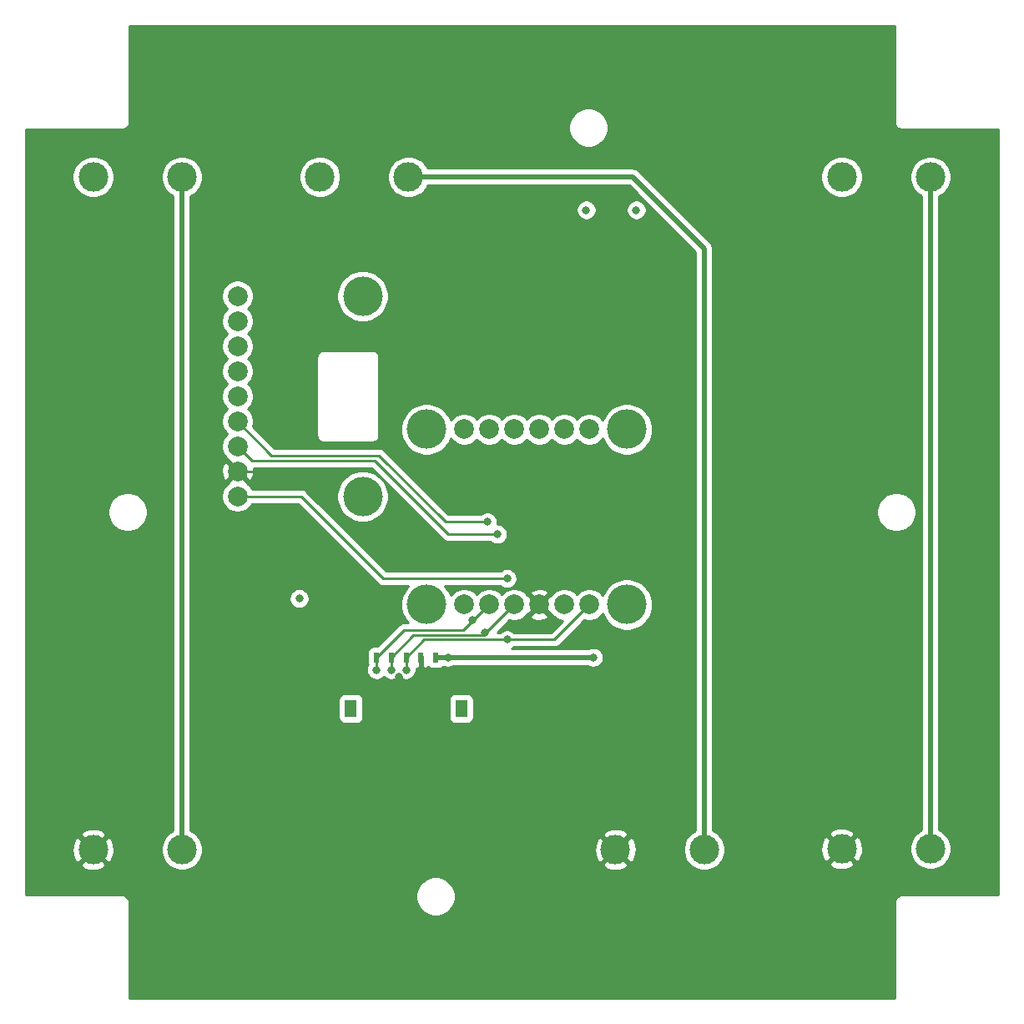
<source format=gbr>
%TF.GenerationSoftware,KiCad,Pcbnew,(5.1.10)-1*%
%TF.CreationDate,2022-05-08T17:14:08-07:00*%
%TF.ProjectId,solar-panel-side-Z,736f6c61-722d-4706-916e-656c2d736964,1.0*%
%TF.SameCoordinates,Original*%
%TF.FileFunction,Copper,L4,Bot*%
%TF.FilePolarity,Positive*%
%FSLAX46Y46*%
G04 Gerber Fmt 4.6, Leading zero omitted, Abs format (unit mm)*
G04 Created by KiCad (PCBNEW (5.1.10)-1) date 2022-05-08 17:14:08*
%MOMM*%
%LPD*%
G01*
G04 APERTURE LIST*
%TA.AperFunction,SMDPad,CuDef*%
%ADD10C,2.000000*%
%TD*%
%TA.AperFunction,SMDPad,CuDef*%
%ADD11C,4.000000*%
%TD*%
%TA.AperFunction,SMDPad,CuDef*%
%ADD12R,1.250000X1.800000*%
%TD*%
%TA.AperFunction,SMDPad,CuDef*%
%ADD13R,0.600000X1.000000*%
%TD*%
%TA.AperFunction,ComponentPad*%
%ADD14C,3.000000*%
%TD*%
%TA.AperFunction,ViaPad*%
%ADD15C,0.800000*%
%TD*%
%TA.AperFunction,Conductor*%
%ADD16C,0.250000*%
%TD*%
%TA.AperFunction,Conductor*%
%ADD17C,0.500000*%
%TD*%
%TA.AperFunction,Conductor*%
%ADD18C,0.254000*%
%TD*%
%TA.AperFunction,Conductor*%
%ADD19C,0.100000*%
%TD*%
G04 APERTURE END LIST*
D10*
%TO.P,U4,11*%
%TO.N,Net-(U4-Pad11)*%
X147190000Y-76610000D03*
%TO.P,U4,12*%
%TO.N,Net-(U4-Pad12)*%
X144650000Y-76610000D03*
D11*
%TO.P,U4,16*%
%TO.N,Net-(U4-Pad16)*%
X140840000Y-76610000D03*
D10*
%TO.P,U4,7*%
%TO.N,Net-(U4-Pad7)*%
X157350000Y-76610000D03*
D11*
%TO.P,U4,15*%
%TO.N,Net-(U4-Pad15)*%
X161160000Y-76610000D03*
D10*
%TO.P,U4,8*%
%TO.N,Net-(U4-Pad8)*%
X154810000Y-76610000D03*
%TO.P,U4,9*%
%TO.N,Net-(U4-Pad9)*%
X152270000Y-76610000D03*
%TO.P,U4,10*%
%TO.N,Net-(U4-Pad10)*%
X149730000Y-76610000D03*
D11*
%TO.P,U4,13*%
%TO.N,Net-(U4-Pad13)*%
X161160000Y-94390000D03*
D10*
%TO.P,U4,2*%
%TO.N,Net-(U4-Pad2)*%
X154810000Y-94390000D03*
%TO.P,U4,3*%
%TO.N,GND*%
X152270000Y-94390000D03*
%TO.P,U4,1*%
%TO.N,+3V3*%
X157350000Y-94390000D03*
%TO.P,U4,6*%
%TO.N,Net-(U4-Pad6)*%
X144650000Y-94390000D03*
%TO.P,U4,5*%
%TO.N,SDA*%
X147190000Y-94390000D03*
%TO.P,U4,4*%
%TO.N,SCL*%
X149730000Y-94390000D03*
D11*
%TO.P,U4,14*%
%TO.N,Net-(U4-Pad14)*%
X140840000Y-94390000D03*
%TD*%
D12*
%TO.P,J1,7*%
%TO.N,Net-(J1-Pad7)*%
X133145001Y-104940000D03*
%TO.P,J1,6*%
%TO.N,Net-(J1-Pad6)*%
X144354999Y-104940000D03*
D13*
%TO.P,J1,5*%
%TO.N,SDA*%
X135749999Y-99750000D03*
%TO.P,J1,4*%
%TO.N,SCL*%
X137249999Y-99750000D03*
%TO.P,J1,3*%
%TO.N,+3V3*%
X138750001Y-99750000D03*
%TO.P,J1,2*%
%TO.N,GND*%
X140250000Y-99750000D03*
%TO.P,J1,1*%
%TO.N,VSOLAR*%
X141750000Y-99750000D03*
%TD*%
D10*
%TO.P,U5,4*%
%TO.N,SDA*%
X121650000Y-75790000D03*
%TO.P,U5,5*%
%TO.N,Net-(U5-Pad5)*%
X121650000Y-73250000D03*
%TO.P,U5,6*%
%TO.N,Net-(U5-Pad6)*%
X121650000Y-70710000D03*
%TO.P,U5,1*%
%TO.N,+3V3*%
X121650000Y-83410000D03*
%TO.P,U5,3*%
%TO.N,SCL*%
X121650000Y-78330000D03*
%TO.P,U5,2*%
%TO.N,GND*%
X121650000Y-80870000D03*
D11*
%TO.P,U5,11*%
%TO.N,Net-(U5-Pad11)*%
X134350000Y-63090000D03*
%TO.P,U5,10*%
%TO.N,Net-(U5-Pad10)*%
X134350000Y-83410000D03*
D10*
%TO.P,U5,8*%
%TO.N,Net-(U5-Pad8)*%
X121650000Y-65630000D03*
%TO.P,U5,7*%
%TO.N,Net-(U5-Pad7)*%
X121650000Y-68170000D03*
%TO.P,U5,9*%
%TO.N,Net-(U5-Pad9)*%
X121650000Y-63090000D03*
%TD*%
D14*
%TO.P,SC5,2*%
%TO.N,Net-(SC5-Pad2)*%
X191952000Y-51008000D03*
%TO.P,SC5,1*%
%TO.N,Net-(D3-Pad2)*%
X182952000Y-51008000D03*
%TD*%
%TO.P,SC4,1*%
%TO.N,Net-(SC3-Pad2)*%
X169000000Y-119250000D03*
%TO.P,SC4,2*%
%TO.N,GND*%
X160000000Y-119250000D03*
%TD*%
%TO.P,SC6,1*%
%TO.N,Net-(SC5-Pad2)*%
X191952000Y-119172000D03*
%TO.P,SC6,2*%
%TO.N,GND*%
X182952000Y-119172000D03*
%TD*%
%TO.P,SC3,1*%
%TO.N,Net-(D2-Pad2)*%
X130000000Y-51000000D03*
%TO.P,SC3,2*%
%TO.N,Net-(SC3-Pad2)*%
X139000000Y-51000000D03*
%TD*%
%TO.P,SC2,2*%
%TO.N,GND*%
X107006000Y-119250000D03*
%TO.P,SC2,1*%
%TO.N,Net-(SC1-Pad2)*%
X116006000Y-119250000D03*
%TD*%
%TO.P,SC1,2*%
%TO.N,Net-(SC1-Pad2)*%
X116006000Y-51008000D03*
%TO.P,SC1,1*%
%TO.N,Net-(D1-Pad2)*%
X107006000Y-51008000D03*
%TD*%
D15*
%TO.N,GND*%
X138000000Y-101750000D03*
X157110000Y-69390000D03*
X153750000Y-80500000D03*
%TO.N,+3V3*%
X138750000Y-101000000D03*
X149000000Y-97950010D03*
X149000000Y-91750000D03*
%TO.N,VSOLAR*%
X157750000Y-99750000D03*
X143000000Y-99750000D03*
%TO.N,SDA*%
X135750000Y-101000000D03*
X145500000Y-96000000D03*
X147000000Y-86000000D03*
%TO.N,SCL*%
X146750000Y-97250000D03*
X137250000Y-101000000D03*
X148000000Y-87250000D03*
%TO.N,Net-(U2-Pad6)*%
X162110000Y-54352000D03*
X157030000Y-54352000D03*
X127924000Y-93782000D03*
%TD*%
D16*
%TO.N,GND*%
X121650000Y-80870000D02*
X129120000Y-80870000D01*
X129120000Y-80870000D02*
X129120000Y-80870000D01*
%TO.N,+3V3*%
X140549991Y-97950010D02*
X138750001Y-99750000D01*
X138750001Y-99750000D02*
X138750000Y-100500001D01*
X138750000Y-100500001D02*
X138750000Y-101000000D01*
X138750000Y-101000000D02*
X138750000Y-101000000D01*
X153789990Y-97950010D02*
X157350000Y-94390000D01*
X140549991Y-97950010D02*
X153789990Y-97950010D01*
X121650000Y-83410000D02*
X128090000Y-83410000D01*
X128090000Y-83410000D02*
X136430000Y-91750000D01*
X136430000Y-91750000D02*
X149000000Y-91750000D01*
D17*
%TO.N,VSOLAR*%
X143000000Y-99750000D02*
X157176002Y-99750000D01*
X157176002Y-99750000D02*
X157750000Y-99750000D01*
X141750000Y-99750000D02*
X143000000Y-99750000D01*
%TO.N,Net-(SC1-Pad2)*%
X116006000Y-51008000D02*
X116006000Y-119426000D01*
%TO.N,Net-(SC3-Pad2)*%
X139000000Y-51000000D02*
X161750000Y-51000000D01*
X169000000Y-58250000D02*
X169000000Y-119250000D01*
X161750000Y-51000000D02*
X169000000Y-58250000D01*
D16*
%TO.N,SDA*%
X135749999Y-99750000D02*
X135750000Y-100500001D01*
X135750000Y-100500001D02*
X135750000Y-101000000D01*
X135750000Y-101000000D02*
X135750000Y-101000000D01*
X144580000Y-97000000D02*
X147190000Y-94390000D01*
X138499999Y-97000000D02*
X144580000Y-97000000D01*
X135749999Y-99750000D02*
X138499999Y-97000000D01*
X136000000Y-79250000D02*
X142750000Y-86000000D01*
X142750000Y-86000000D02*
X147000000Y-86000000D01*
X125110000Y-79250000D02*
X136000000Y-79250000D01*
X121650000Y-75790000D02*
X125110000Y-79250000D01*
%TO.N,SCL*%
X137249999Y-99750000D02*
X137250000Y-100500001D01*
X137250000Y-100500001D02*
X137250000Y-101000000D01*
X137250000Y-101000000D02*
X137250000Y-101000000D01*
X146620000Y-97500000D02*
X149730000Y-94390000D01*
X139499999Y-97500000D02*
X146620000Y-97500000D01*
X137249999Y-99750000D02*
X139499999Y-97500000D01*
X123143002Y-79823002D02*
X121650000Y-78330000D01*
X123143002Y-79823002D02*
X135573002Y-79823002D01*
X143000000Y-87250000D02*
X148000000Y-87250000D01*
X135573002Y-79823002D02*
X143000000Y-87250000D01*
D17*
%TO.N,Net-(SC5-Pad2)*%
X191952000Y-51008000D02*
X191952000Y-119172000D01*
%TD*%
D18*
%TO.N,GND*%
X188340001Y-45467571D02*
X188336807Y-45500000D01*
X188349550Y-45629383D01*
X188387290Y-45753793D01*
X188448575Y-45868450D01*
X188531052Y-45968948D01*
X188631550Y-46051425D01*
X188746207Y-46112710D01*
X188870617Y-46150450D01*
X188967581Y-46160000D01*
X189000000Y-46163193D01*
X189032419Y-46160000D01*
X198840000Y-46160000D01*
X198840001Y-123840000D01*
X189032419Y-123840000D01*
X189000000Y-123836807D01*
X188967581Y-123840000D01*
X188870617Y-123849550D01*
X188746207Y-123887290D01*
X188631550Y-123948575D01*
X188531052Y-124031052D01*
X188448575Y-124131550D01*
X188387290Y-124246207D01*
X188349550Y-124370617D01*
X188336807Y-124500000D01*
X188340000Y-124532418D01*
X188340001Y-134340000D01*
X110660000Y-134340000D01*
X110660000Y-124532418D01*
X110663193Y-124500000D01*
X110650450Y-124370617D01*
X110612710Y-124246207D01*
X110551425Y-124131550D01*
X110468948Y-124031052D01*
X110368450Y-123948575D01*
X110253793Y-123887290D01*
X110129383Y-123849550D01*
X110032419Y-123840000D01*
X110000000Y-123836807D01*
X109967581Y-123840000D01*
X100160000Y-123840000D01*
X100160000Y-123801389D01*
X139733466Y-123801389D01*
X139733466Y-124198611D01*
X139810960Y-124588201D01*
X139962971Y-124955187D01*
X140183656Y-125285465D01*
X140464535Y-125566344D01*
X140794813Y-125787029D01*
X141161799Y-125939040D01*
X141551389Y-126016534D01*
X141948611Y-126016534D01*
X142338201Y-125939040D01*
X142705187Y-125787029D01*
X143035465Y-125566344D01*
X143316344Y-125285465D01*
X143537029Y-124955187D01*
X143689040Y-124588201D01*
X143766534Y-124198611D01*
X143766534Y-123801389D01*
X143689040Y-123411799D01*
X143537029Y-123044813D01*
X143316344Y-122714535D01*
X143035465Y-122433656D01*
X142705187Y-122212971D01*
X142338201Y-122060960D01*
X141948611Y-121983466D01*
X141551389Y-121983466D01*
X141161799Y-122060960D01*
X140794813Y-122212971D01*
X140464535Y-122433656D01*
X140183656Y-122714535D01*
X139962971Y-123044813D01*
X139810960Y-123411799D01*
X139733466Y-123801389D01*
X100160000Y-123801389D01*
X100160000Y-120741653D01*
X105693952Y-120741653D01*
X105849962Y-121057214D01*
X106224745Y-121248020D01*
X106629551Y-121362044D01*
X107048824Y-121394902D01*
X107466451Y-121345334D01*
X107866383Y-121215243D01*
X108162038Y-121057214D01*
X108318048Y-120741653D01*
X107006000Y-119429605D01*
X105693952Y-120741653D01*
X100160000Y-120741653D01*
X100160000Y-119292824D01*
X104861098Y-119292824D01*
X104910666Y-119710451D01*
X105040757Y-120110383D01*
X105198786Y-120406038D01*
X105514347Y-120562048D01*
X106826395Y-119250000D01*
X107185605Y-119250000D01*
X108497653Y-120562048D01*
X108813214Y-120406038D01*
X109004020Y-120031255D01*
X109118044Y-119626449D01*
X109150902Y-119207176D01*
X109101334Y-118789549D01*
X108971243Y-118389617D01*
X108813214Y-118093962D01*
X108497653Y-117937952D01*
X107185605Y-119250000D01*
X106826395Y-119250000D01*
X105514347Y-117937952D01*
X105198786Y-118093962D01*
X105007980Y-118468745D01*
X104893956Y-118873551D01*
X104861098Y-119292824D01*
X100160000Y-119292824D01*
X100160000Y-117758347D01*
X105693952Y-117758347D01*
X107006000Y-119070395D01*
X108318048Y-117758347D01*
X108162038Y-117442786D01*
X107787255Y-117251980D01*
X107382449Y-117137956D01*
X106963176Y-117105098D01*
X106545549Y-117154666D01*
X106145617Y-117284757D01*
X105849962Y-117442786D01*
X105693952Y-117758347D01*
X100160000Y-117758347D01*
X100160000Y-84801389D01*
X108483466Y-84801389D01*
X108483466Y-85198611D01*
X108560960Y-85588201D01*
X108712971Y-85955187D01*
X108933656Y-86285465D01*
X109214535Y-86566344D01*
X109544813Y-86787029D01*
X109911799Y-86939040D01*
X110301389Y-87016534D01*
X110698611Y-87016534D01*
X111088201Y-86939040D01*
X111455187Y-86787029D01*
X111785465Y-86566344D01*
X112066344Y-86285465D01*
X112287029Y-85955187D01*
X112439040Y-85588201D01*
X112516534Y-85198611D01*
X112516534Y-84801389D01*
X112439040Y-84411799D01*
X112287029Y-84044813D01*
X112066344Y-83714535D01*
X111785465Y-83433656D01*
X111455187Y-83212971D01*
X111088201Y-83060960D01*
X110698611Y-82983466D01*
X110301389Y-82983466D01*
X109911799Y-83060960D01*
X109544813Y-83212971D01*
X109214535Y-83433656D01*
X108933656Y-83714535D01*
X108712971Y-84044813D01*
X108560960Y-84411799D01*
X108483466Y-84801389D01*
X100160000Y-84801389D01*
X100160000Y-50797721D01*
X104871000Y-50797721D01*
X104871000Y-51218279D01*
X104953047Y-51630756D01*
X105113988Y-52019302D01*
X105347637Y-52368983D01*
X105645017Y-52666363D01*
X105994698Y-52900012D01*
X106383244Y-53060953D01*
X106795721Y-53143000D01*
X107216279Y-53143000D01*
X107628756Y-53060953D01*
X108017302Y-52900012D01*
X108366983Y-52666363D01*
X108664363Y-52368983D01*
X108898012Y-52019302D01*
X109058953Y-51630756D01*
X109141000Y-51218279D01*
X109141000Y-50797721D01*
X113871000Y-50797721D01*
X113871000Y-51218279D01*
X113953047Y-51630756D01*
X114113988Y-52019302D01*
X114347637Y-52368983D01*
X114645017Y-52666363D01*
X114994698Y-52900012D01*
X115121000Y-52952328D01*
X115121001Y-117305672D01*
X114994698Y-117357988D01*
X114645017Y-117591637D01*
X114347637Y-117889017D01*
X114113988Y-118238698D01*
X113953047Y-118627244D01*
X113871000Y-119039721D01*
X113871000Y-119460279D01*
X113953047Y-119872756D01*
X114113988Y-120261302D01*
X114347637Y-120610983D01*
X114645017Y-120908363D01*
X114994698Y-121142012D01*
X115383244Y-121302953D01*
X115795721Y-121385000D01*
X116216279Y-121385000D01*
X116628756Y-121302953D01*
X117017302Y-121142012D01*
X117366983Y-120908363D01*
X117533693Y-120741653D01*
X158687952Y-120741653D01*
X158843962Y-121057214D01*
X159218745Y-121248020D01*
X159623551Y-121362044D01*
X160042824Y-121394902D01*
X160460451Y-121345334D01*
X160860383Y-121215243D01*
X161156038Y-121057214D01*
X161312048Y-120741653D01*
X160000000Y-119429605D01*
X158687952Y-120741653D01*
X117533693Y-120741653D01*
X117664363Y-120610983D01*
X117898012Y-120261302D01*
X118058953Y-119872756D01*
X118141000Y-119460279D01*
X118141000Y-119292824D01*
X157855098Y-119292824D01*
X157904666Y-119710451D01*
X158034757Y-120110383D01*
X158192786Y-120406038D01*
X158508347Y-120562048D01*
X159820395Y-119250000D01*
X160179605Y-119250000D01*
X161491653Y-120562048D01*
X161807214Y-120406038D01*
X161998020Y-120031255D01*
X162112044Y-119626449D01*
X162144902Y-119207176D01*
X162095334Y-118789549D01*
X161965243Y-118389617D01*
X161807214Y-118093962D01*
X161491653Y-117937952D01*
X160179605Y-119250000D01*
X159820395Y-119250000D01*
X158508347Y-117937952D01*
X158192786Y-118093962D01*
X158001980Y-118468745D01*
X157887956Y-118873551D01*
X157855098Y-119292824D01*
X118141000Y-119292824D01*
X118141000Y-119039721D01*
X118058953Y-118627244D01*
X117898012Y-118238698D01*
X117664363Y-117889017D01*
X117533693Y-117758347D01*
X158687952Y-117758347D01*
X160000000Y-119070395D01*
X161312048Y-117758347D01*
X161156038Y-117442786D01*
X160781255Y-117251980D01*
X160376449Y-117137956D01*
X159957176Y-117105098D01*
X159539549Y-117154666D01*
X159139617Y-117284757D01*
X158843962Y-117442786D01*
X158687952Y-117758347D01*
X117533693Y-117758347D01*
X117366983Y-117591637D01*
X117017302Y-117357988D01*
X116891000Y-117305672D01*
X116891000Y-104040000D01*
X131881929Y-104040000D01*
X131881929Y-105840000D01*
X131894189Y-105964482D01*
X131930499Y-106084180D01*
X131989464Y-106194494D01*
X132068816Y-106291185D01*
X132165507Y-106370537D01*
X132275821Y-106429502D01*
X132395519Y-106465812D01*
X132520001Y-106478072D01*
X133770001Y-106478072D01*
X133894483Y-106465812D01*
X134014181Y-106429502D01*
X134124495Y-106370537D01*
X134221186Y-106291185D01*
X134300538Y-106194494D01*
X134359503Y-106084180D01*
X134395813Y-105964482D01*
X134408073Y-105840000D01*
X134408073Y-104040000D01*
X143091927Y-104040000D01*
X143091927Y-105840000D01*
X143104187Y-105964482D01*
X143140497Y-106084180D01*
X143199462Y-106194494D01*
X143278814Y-106291185D01*
X143375505Y-106370537D01*
X143485819Y-106429502D01*
X143605517Y-106465812D01*
X143729999Y-106478072D01*
X144979999Y-106478072D01*
X145104481Y-106465812D01*
X145224179Y-106429502D01*
X145334493Y-106370537D01*
X145431184Y-106291185D01*
X145510536Y-106194494D01*
X145569501Y-106084180D01*
X145605811Y-105964482D01*
X145618071Y-105840000D01*
X145618071Y-104040000D01*
X145605811Y-103915518D01*
X145569501Y-103795820D01*
X145510536Y-103685506D01*
X145431184Y-103588815D01*
X145334493Y-103509463D01*
X145224179Y-103450498D01*
X145104481Y-103414188D01*
X144979999Y-103401928D01*
X143729999Y-103401928D01*
X143605517Y-103414188D01*
X143485819Y-103450498D01*
X143375505Y-103509463D01*
X143278814Y-103588815D01*
X143199462Y-103685506D01*
X143140497Y-103795820D01*
X143104187Y-103915518D01*
X143091927Y-104040000D01*
X134408073Y-104040000D01*
X134395813Y-103915518D01*
X134359503Y-103795820D01*
X134300538Y-103685506D01*
X134221186Y-103588815D01*
X134124495Y-103509463D01*
X134014181Y-103450498D01*
X133894483Y-103414188D01*
X133770001Y-103401928D01*
X132520001Y-103401928D01*
X132395519Y-103414188D01*
X132275821Y-103450498D01*
X132165507Y-103509463D01*
X132068816Y-103588815D01*
X131989464Y-103685506D01*
X131930499Y-103795820D01*
X131894189Y-103915518D01*
X131881929Y-104040000D01*
X116891000Y-104040000D01*
X116891000Y-93680061D01*
X126889000Y-93680061D01*
X126889000Y-93883939D01*
X126928774Y-94083898D01*
X127006795Y-94272256D01*
X127120063Y-94441774D01*
X127264226Y-94585937D01*
X127433744Y-94699205D01*
X127622102Y-94777226D01*
X127822061Y-94817000D01*
X128025939Y-94817000D01*
X128225898Y-94777226D01*
X128414256Y-94699205D01*
X128583774Y-94585937D01*
X128727937Y-94441774D01*
X128841205Y-94272256D01*
X128919226Y-94083898D01*
X128959000Y-93883939D01*
X128959000Y-93680061D01*
X128919226Y-93480102D01*
X128841205Y-93291744D01*
X128727937Y-93122226D01*
X128583774Y-92978063D01*
X128414256Y-92864795D01*
X128225898Y-92786774D01*
X128025939Y-92747000D01*
X127822061Y-92747000D01*
X127622102Y-92786774D01*
X127433744Y-92864795D01*
X127264226Y-92978063D01*
X127120063Y-93122226D01*
X127006795Y-93291744D01*
X126928774Y-93480102D01*
X126889000Y-93680061D01*
X116891000Y-93680061D01*
X116891000Y-83248967D01*
X120015000Y-83248967D01*
X120015000Y-83571033D01*
X120077832Y-83886912D01*
X120201082Y-84184463D01*
X120380013Y-84452252D01*
X120607748Y-84679987D01*
X120875537Y-84858918D01*
X121173088Y-84982168D01*
X121488967Y-85045000D01*
X121811033Y-85045000D01*
X122126912Y-84982168D01*
X122424463Y-84858918D01*
X122692252Y-84679987D01*
X122919987Y-84452252D01*
X123098918Y-84184463D01*
X123104909Y-84170000D01*
X127775199Y-84170000D01*
X135866201Y-92261003D01*
X135889999Y-92290001D01*
X135918997Y-92313799D01*
X136005723Y-92384974D01*
X136137753Y-92455546D01*
X136281014Y-92499003D01*
X136392667Y-92510000D01*
X136392676Y-92510000D01*
X136429999Y-92513676D01*
X136467322Y-92510000D01*
X138993547Y-92510000D01*
X138793262Y-92710285D01*
X138504893Y-93141859D01*
X138306261Y-93621399D01*
X138205000Y-94130475D01*
X138205000Y-94649525D01*
X138306261Y-95158601D01*
X138504893Y-95638141D01*
X138793262Y-96069715D01*
X138963547Y-96240000D01*
X138537321Y-96240000D01*
X138499998Y-96236324D01*
X138462675Y-96240000D01*
X138462666Y-96240000D01*
X138351013Y-96250997D01*
X138207752Y-96294454D01*
X138075723Y-96365026D01*
X137959998Y-96459999D01*
X137936200Y-96488997D01*
X135813270Y-98611928D01*
X135449999Y-98611928D01*
X135325517Y-98624188D01*
X135205819Y-98660498D01*
X135095505Y-98719463D01*
X134998814Y-98798815D01*
X134919462Y-98895506D01*
X134860497Y-99005820D01*
X134824187Y-99125518D01*
X134811927Y-99250000D01*
X134811927Y-100250000D01*
X134824187Y-100374482D01*
X134855095Y-100476370D01*
X134832795Y-100509744D01*
X134754774Y-100698102D01*
X134715000Y-100898061D01*
X134715000Y-101101939D01*
X134754774Y-101301898D01*
X134832795Y-101490256D01*
X134946063Y-101659774D01*
X135090226Y-101803937D01*
X135259744Y-101917205D01*
X135448102Y-101995226D01*
X135648061Y-102035000D01*
X135851939Y-102035000D01*
X136051898Y-101995226D01*
X136240256Y-101917205D01*
X136409774Y-101803937D01*
X136500000Y-101713711D01*
X136590226Y-101803937D01*
X136759744Y-101917205D01*
X136948102Y-101995226D01*
X137148061Y-102035000D01*
X137351939Y-102035000D01*
X137551898Y-101995226D01*
X137740256Y-101917205D01*
X137909774Y-101803937D01*
X138000000Y-101713711D01*
X138090226Y-101803937D01*
X138259744Y-101917205D01*
X138448102Y-101995226D01*
X138648061Y-102035000D01*
X138851939Y-102035000D01*
X139051898Y-101995226D01*
X139240256Y-101917205D01*
X139409774Y-101803937D01*
X139553937Y-101659774D01*
X139667205Y-101490256D01*
X139745226Y-101301898D01*
X139785000Y-101101939D01*
X139785000Y-100898061D01*
X139777688Y-100861303D01*
X139825518Y-100875812D01*
X139950000Y-100888072D01*
X139964250Y-100885000D01*
X140123000Y-100726250D01*
X140123000Y-99877000D01*
X140103000Y-99877000D01*
X140103000Y-99623000D01*
X140123000Y-99623000D01*
X140123000Y-99603000D01*
X140377000Y-99603000D01*
X140377000Y-99623000D01*
X140397000Y-99623000D01*
X140397000Y-99877000D01*
X140377000Y-99877000D01*
X140377000Y-100726250D01*
X140535750Y-100885000D01*
X140550000Y-100888072D01*
X140674482Y-100875812D01*
X140794180Y-100839502D01*
X140904494Y-100780537D01*
X141000000Y-100702158D01*
X141095506Y-100780537D01*
X141205820Y-100839502D01*
X141325518Y-100875812D01*
X141450000Y-100888072D01*
X142050000Y-100888072D01*
X142174482Y-100875812D01*
X142294180Y-100839502D01*
X142404494Y-100780537D01*
X142501185Y-100701185D01*
X142524168Y-100673180D01*
X142698102Y-100745226D01*
X142898061Y-100785000D01*
X143101939Y-100785000D01*
X143301898Y-100745226D01*
X143490256Y-100667205D01*
X143538454Y-100635000D01*
X157211546Y-100635000D01*
X157259744Y-100667205D01*
X157448102Y-100745226D01*
X157648061Y-100785000D01*
X157851939Y-100785000D01*
X158051898Y-100745226D01*
X158240256Y-100667205D01*
X158409774Y-100553937D01*
X158553937Y-100409774D01*
X158667205Y-100240256D01*
X158745226Y-100051898D01*
X158785000Y-99851939D01*
X158785000Y-99648061D01*
X158745226Y-99448102D01*
X158667205Y-99259744D01*
X158553937Y-99090226D01*
X158409774Y-98946063D01*
X158240256Y-98832795D01*
X158051898Y-98754774D01*
X157851939Y-98715000D01*
X157648061Y-98715000D01*
X157448102Y-98754774D01*
X157259744Y-98832795D01*
X157211546Y-98865000D01*
X149493571Y-98865000D01*
X149659774Y-98753947D01*
X149703711Y-98710010D01*
X153752668Y-98710010D01*
X153789990Y-98713686D01*
X153827312Y-98710010D01*
X153827323Y-98710010D01*
X153938976Y-98699013D01*
X154082237Y-98655556D01*
X154214266Y-98584984D01*
X154329991Y-98490011D01*
X154353794Y-98461007D01*
X156858625Y-95956177D01*
X156873088Y-95962168D01*
X157188967Y-96025000D01*
X157511033Y-96025000D01*
X157826912Y-95962168D01*
X158124463Y-95838918D01*
X158392252Y-95659987D01*
X158619987Y-95432252D01*
X158693833Y-95321734D01*
X158824893Y-95638141D01*
X159113262Y-96069715D01*
X159480285Y-96436738D01*
X159911859Y-96725107D01*
X160391399Y-96923739D01*
X160900475Y-97025000D01*
X161419525Y-97025000D01*
X161928601Y-96923739D01*
X162408141Y-96725107D01*
X162839715Y-96436738D01*
X163206738Y-96069715D01*
X163495107Y-95638141D01*
X163693739Y-95158601D01*
X163795000Y-94649525D01*
X163795000Y-94130475D01*
X163693739Y-93621399D01*
X163495107Y-93141859D01*
X163206738Y-92710285D01*
X162839715Y-92343262D01*
X162408141Y-92054893D01*
X161928601Y-91856261D01*
X161419525Y-91755000D01*
X160900475Y-91755000D01*
X160391399Y-91856261D01*
X159911859Y-92054893D01*
X159480285Y-92343262D01*
X159113262Y-92710285D01*
X158824893Y-93141859D01*
X158693833Y-93458266D01*
X158619987Y-93347748D01*
X158392252Y-93120013D01*
X158124463Y-92941082D01*
X157826912Y-92817832D01*
X157511033Y-92755000D01*
X157188967Y-92755000D01*
X156873088Y-92817832D01*
X156575537Y-92941082D01*
X156307748Y-93120013D01*
X156080013Y-93347748D01*
X156080000Y-93347767D01*
X156079987Y-93347748D01*
X155852252Y-93120013D01*
X155584463Y-92941082D01*
X155286912Y-92817832D01*
X154971033Y-92755000D01*
X154648967Y-92755000D01*
X154333088Y-92817832D01*
X154035537Y-92941082D01*
X153767748Y-93120013D01*
X153540013Y-93347748D01*
X153467280Y-93456600D01*
X153405413Y-93434192D01*
X152449605Y-94390000D01*
X153405413Y-95345808D01*
X153467280Y-95323400D01*
X153540013Y-95432252D01*
X153767748Y-95659987D01*
X154035537Y-95838918D01*
X154333088Y-95962168D01*
X154641653Y-96023545D01*
X153475189Y-97190010D01*
X149703711Y-97190010D01*
X149659774Y-97146073D01*
X149490256Y-97032805D01*
X149301898Y-96954784D01*
X149101939Y-96915010D01*
X148898061Y-96915010D01*
X148698102Y-96954784D01*
X148509744Y-97032805D01*
X148340226Y-97146073D01*
X148296289Y-97190010D01*
X148004791Y-97190010D01*
X149238625Y-95956177D01*
X149253088Y-95962168D01*
X149568967Y-96025000D01*
X149891033Y-96025000D01*
X150206912Y-95962168D01*
X150504463Y-95838918D01*
X150772252Y-95659987D01*
X150906826Y-95525413D01*
X151314192Y-95525413D01*
X151409956Y-95789814D01*
X151699571Y-95930704D01*
X152011108Y-96012384D01*
X152332595Y-96031718D01*
X152651675Y-95987961D01*
X152956088Y-95882795D01*
X153130044Y-95789814D01*
X153225808Y-95525413D01*
X152270000Y-94569605D01*
X151314192Y-95525413D01*
X150906826Y-95525413D01*
X150999987Y-95432252D01*
X151072720Y-95323400D01*
X151134587Y-95345808D01*
X152090395Y-94390000D01*
X151134587Y-93434192D01*
X151072720Y-93456600D01*
X150999987Y-93347748D01*
X150906826Y-93254587D01*
X151314192Y-93254587D01*
X152270000Y-94210395D01*
X153225808Y-93254587D01*
X153130044Y-92990186D01*
X152840429Y-92849296D01*
X152528892Y-92767616D01*
X152207405Y-92748282D01*
X151888325Y-92792039D01*
X151583912Y-92897205D01*
X151409956Y-92990186D01*
X151314192Y-93254587D01*
X150906826Y-93254587D01*
X150772252Y-93120013D01*
X150504463Y-92941082D01*
X150206912Y-92817832D01*
X149891033Y-92755000D01*
X149568967Y-92755000D01*
X149253088Y-92817832D01*
X148955537Y-92941082D01*
X148687748Y-93120013D01*
X148460013Y-93347748D01*
X148460000Y-93347767D01*
X148459987Y-93347748D01*
X148232252Y-93120013D01*
X147964463Y-92941082D01*
X147666912Y-92817832D01*
X147351033Y-92755000D01*
X147028967Y-92755000D01*
X146713088Y-92817832D01*
X146415537Y-92941082D01*
X146147748Y-93120013D01*
X145920013Y-93347748D01*
X145920000Y-93347767D01*
X145919987Y-93347748D01*
X145692252Y-93120013D01*
X145424463Y-92941082D01*
X145126912Y-92817832D01*
X144811033Y-92755000D01*
X144488967Y-92755000D01*
X144173088Y-92817832D01*
X143875537Y-92941082D01*
X143607748Y-93120013D01*
X143380013Y-93347748D01*
X143306167Y-93458266D01*
X143175107Y-93141859D01*
X142886738Y-92710285D01*
X142686453Y-92510000D01*
X148296289Y-92510000D01*
X148340226Y-92553937D01*
X148509744Y-92667205D01*
X148698102Y-92745226D01*
X148898061Y-92785000D01*
X149101939Y-92785000D01*
X149301898Y-92745226D01*
X149490256Y-92667205D01*
X149659774Y-92553937D01*
X149803937Y-92409774D01*
X149917205Y-92240256D01*
X149995226Y-92051898D01*
X150035000Y-91851939D01*
X150035000Y-91648061D01*
X149995226Y-91448102D01*
X149917205Y-91259744D01*
X149803937Y-91090226D01*
X149659774Y-90946063D01*
X149490256Y-90832795D01*
X149301898Y-90754774D01*
X149101939Y-90715000D01*
X148898061Y-90715000D01*
X148698102Y-90754774D01*
X148509744Y-90832795D01*
X148340226Y-90946063D01*
X148296289Y-90990000D01*
X136744802Y-90990000D01*
X128905277Y-83150475D01*
X131715000Y-83150475D01*
X131715000Y-83669525D01*
X131816261Y-84178601D01*
X132014893Y-84658141D01*
X132303262Y-85089715D01*
X132670285Y-85456738D01*
X133101859Y-85745107D01*
X133581399Y-85943739D01*
X134090475Y-86045000D01*
X134609525Y-86045000D01*
X135118601Y-85943739D01*
X135598141Y-85745107D01*
X136029715Y-85456738D01*
X136396738Y-85089715D01*
X136685107Y-84658141D01*
X136883739Y-84178601D01*
X136985000Y-83669525D01*
X136985000Y-83150475D01*
X136883739Y-82641399D01*
X136685107Y-82161859D01*
X136396738Y-81730285D01*
X136029715Y-81363262D01*
X135598141Y-81074893D01*
X135118601Y-80876261D01*
X134609525Y-80775000D01*
X134090475Y-80775000D01*
X133581399Y-80876261D01*
X133101859Y-81074893D01*
X132670285Y-81363262D01*
X132303262Y-81730285D01*
X132014893Y-82161859D01*
X131816261Y-82641399D01*
X131715000Y-83150475D01*
X128905277Y-83150475D01*
X128653804Y-82899003D01*
X128630001Y-82869999D01*
X128514276Y-82775026D01*
X128382247Y-82704454D01*
X128238986Y-82660997D01*
X128127333Y-82650000D01*
X128127322Y-82650000D01*
X128090000Y-82646324D01*
X128052678Y-82650000D01*
X123104909Y-82650000D01*
X123098918Y-82635537D01*
X122919987Y-82367748D01*
X122692252Y-82140013D01*
X122583400Y-82067280D01*
X122605808Y-82005413D01*
X121650000Y-81049605D01*
X120694192Y-82005413D01*
X120716600Y-82067280D01*
X120607748Y-82140013D01*
X120380013Y-82367748D01*
X120201082Y-82635537D01*
X120077832Y-82933088D01*
X120015000Y-83248967D01*
X116891000Y-83248967D01*
X116891000Y-80932595D01*
X120008282Y-80932595D01*
X120052039Y-81251675D01*
X120157205Y-81556088D01*
X120250186Y-81730044D01*
X120514587Y-81825808D01*
X121470395Y-80870000D01*
X120514587Y-79914192D01*
X120250186Y-80009956D01*
X120109296Y-80299571D01*
X120027616Y-80611108D01*
X120008282Y-80932595D01*
X116891000Y-80932595D01*
X116891000Y-62928967D01*
X120015000Y-62928967D01*
X120015000Y-63251033D01*
X120077832Y-63566912D01*
X120201082Y-63864463D01*
X120380013Y-64132252D01*
X120607748Y-64359987D01*
X120607767Y-64360000D01*
X120607748Y-64360013D01*
X120380013Y-64587748D01*
X120201082Y-64855537D01*
X120077832Y-65153088D01*
X120015000Y-65468967D01*
X120015000Y-65791033D01*
X120077832Y-66106912D01*
X120201082Y-66404463D01*
X120380013Y-66672252D01*
X120607748Y-66899987D01*
X120607767Y-66900000D01*
X120607748Y-66900013D01*
X120380013Y-67127748D01*
X120201082Y-67395537D01*
X120077832Y-67693088D01*
X120015000Y-68008967D01*
X120015000Y-68331033D01*
X120077832Y-68646912D01*
X120201082Y-68944463D01*
X120380013Y-69212252D01*
X120607748Y-69439987D01*
X120607767Y-69440000D01*
X120607748Y-69440013D01*
X120380013Y-69667748D01*
X120201082Y-69935537D01*
X120077832Y-70233088D01*
X120015000Y-70548967D01*
X120015000Y-70871033D01*
X120077832Y-71186912D01*
X120201082Y-71484463D01*
X120380013Y-71752252D01*
X120607748Y-71979987D01*
X120607767Y-71980000D01*
X120607748Y-71980013D01*
X120380013Y-72207748D01*
X120201082Y-72475537D01*
X120077832Y-72773088D01*
X120015000Y-73088967D01*
X120015000Y-73411033D01*
X120077832Y-73726912D01*
X120201082Y-74024463D01*
X120380013Y-74292252D01*
X120607748Y-74519987D01*
X120607767Y-74520000D01*
X120607748Y-74520013D01*
X120380013Y-74747748D01*
X120201082Y-75015537D01*
X120077832Y-75313088D01*
X120015000Y-75628967D01*
X120015000Y-75951033D01*
X120077832Y-76266912D01*
X120201082Y-76564463D01*
X120380013Y-76832252D01*
X120607748Y-77059987D01*
X120607767Y-77060000D01*
X120607748Y-77060013D01*
X120380013Y-77287748D01*
X120201082Y-77555537D01*
X120077832Y-77853088D01*
X120015000Y-78168967D01*
X120015000Y-78491033D01*
X120077832Y-78806912D01*
X120201082Y-79104463D01*
X120380013Y-79372252D01*
X120607748Y-79599987D01*
X120716600Y-79672720D01*
X120694192Y-79734587D01*
X121650000Y-80690395D01*
X121664143Y-80676253D01*
X121843748Y-80855858D01*
X121829605Y-80870000D01*
X122785413Y-81825808D01*
X123049814Y-81730044D01*
X123190704Y-81440429D01*
X123272384Y-81128892D01*
X123291718Y-80807405D01*
X123260945Y-80583002D01*
X135258201Y-80583002D01*
X142436201Y-87761003D01*
X142459999Y-87790001D01*
X142575724Y-87884974D01*
X142707753Y-87955546D01*
X142851014Y-87999003D01*
X142962667Y-88010000D01*
X142962676Y-88010000D01*
X142999999Y-88013676D01*
X143037322Y-88010000D01*
X147296289Y-88010000D01*
X147340226Y-88053937D01*
X147509744Y-88167205D01*
X147698102Y-88245226D01*
X147898061Y-88285000D01*
X148101939Y-88285000D01*
X148301898Y-88245226D01*
X148490256Y-88167205D01*
X148659774Y-88053937D01*
X148803937Y-87909774D01*
X148917205Y-87740256D01*
X148995226Y-87551898D01*
X149035000Y-87351939D01*
X149035000Y-87148061D01*
X148995226Y-86948102D01*
X148917205Y-86759744D01*
X148803937Y-86590226D01*
X148659774Y-86446063D01*
X148490256Y-86332795D01*
X148301898Y-86254774D01*
X148101939Y-86215000D01*
X148012511Y-86215000D01*
X148035000Y-86101939D01*
X148035000Y-85898061D01*
X147995226Y-85698102D01*
X147917205Y-85509744D01*
X147803937Y-85340226D01*
X147659774Y-85196063D01*
X147490256Y-85082795D01*
X147301898Y-85004774D01*
X147101939Y-84965000D01*
X146898061Y-84965000D01*
X146698102Y-85004774D01*
X146509744Y-85082795D01*
X146340226Y-85196063D01*
X146296289Y-85240000D01*
X143064802Y-85240000D01*
X136563804Y-78739003D01*
X136540001Y-78709999D01*
X136424276Y-78615026D01*
X136292247Y-78544454D01*
X136148986Y-78500997D01*
X136037333Y-78490000D01*
X136037322Y-78490000D01*
X136000000Y-78486324D01*
X135962678Y-78490000D01*
X125424802Y-78490000D01*
X123216177Y-76281376D01*
X123222168Y-76266912D01*
X123285000Y-75951033D01*
X123285000Y-75628967D01*
X123222168Y-75313088D01*
X123098918Y-75015537D01*
X122919987Y-74747748D01*
X122692252Y-74520013D01*
X122692233Y-74520000D01*
X122692252Y-74519987D01*
X122919987Y-74292252D01*
X123098918Y-74024463D01*
X123222168Y-73726912D01*
X123285000Y-73411033D01*
X123285000Y-73088967D01*
X123222168Y-72773088D01*
X123098918Y-72475537D01*
X122919987Y-72207748D01*
X122692252Y-71980013D01*
X122692233Y-71980000D01*
X122692252Y-71979987D01*
X122919987Y-71752252D01*
X123098918Y-71484463D01*
X123222168Y-71186912D01*
X123285000Y-70871033D01*
X123285000Y-70548967D01*
X123222168Y-70233088D01*
X123098918Y-69935537D01*
X122919987Y-69667748D01*
X122692252Y-69440013D01*
X122692233Y-69440000D01*
X122692252Y-69439987D01*
X122882239Y-69250000D01*
X129686807Y-69250000D01*
X129690001Y-69282429D01*
X129690000Y-77217581D01*
X129686807Y-77250000D01*
X129699550Y-77379383D01*
X129737290Y-77503793D01*
X129798575Y-77618450D01*
X129826316Y-77652252D01*
X129881052Y-77718948D01*
X129981550Y-77801425D01*
X130096207Y-77862710D01*
X130220617Y-77900450D01*
X130350000Y-77913193D01*
X130382419Y-77910000D01*
X135317581Y-77910000D01*
X135350000Y-77913193D01*
X135382419Y-77910000D01*
X135479383Y-77900450D01*
X135603793Y-77862710D01*
X135718450Y-77801425D01*
X135818948Y-77718948D01*
X135901425Y-77618450D01*
X135962710Y-77503793D01*
X136000450Y-77379383D01*
X136013193Y-77250000D01*
X136010000Y-77217581D01*
X136010000Y-76350475D01*
X138205000Y-76350475D01*
X138205000Y-76869525D01*
X138306261Y-77378601D01*
X138504893Y-77858141D01*
X138793262Y-78289715D01*
X139160285Y-78656738D01*
X139591859Y-78945107D01*
X140071399Y-79143739D01*
X140580475Y-79245000D01*
X141099525Y-79245000D01*
X141608601Y-79143739D01*
X142088141Y-78945107D01*
X142519715Y-78656738D01*
X142886738Y-78289715D01*
X143175107Y-77858141D01*
X143306167Y-77541734D01*
X143380013Y-77652252D01*
X143607748Y-77879987D01*
X143875537Y-78058918D01*
X144173088Y-78182168D01*
X144488967Y-78245000D01*
X144811033Y-78245000D01*
X145126912Y-78182168D01*
X145424463Y-78058918D01*
X145692252Y-77879987D01*
X145919987Y-77652252D01*
X145920000Y-77652233D01*
X145920013Y-77652252D01*
X146147748Y-77879987D01*
X146415537Y-78058918D01*
X146713088Y-78182168D01*
X147028967Y-78245000D01*
X147351033Y-78245000D01*
X147666912Y-78182168D01*
X147964463Y-78058918D01*
X148232252Y-77879987D01*
X148459987Y-77652252D01*
X148460000Y-77652233D01*
X148460013Y-77652252D01*
X148687748Y-77879987D01*
X148955537Y-78058918D01*
X149253088Y-78182168D01*
X149568967Y-78245000D01*
X149891033Y-78245000D01*
X150206912Y-78182168D01*
X150504463Y-78058918D01*
X150772252Y-77879987D01*
X150999987Y-77652252D01*
X151000000Y-77652233D01*
X151000013Y-77652252D01*
X151227748Y-77879987D01*
X151495537Y-78058918D01*
X151793088Y-78182168D01*
X152108967Y-78245000D01*
X152431033Y-78245000D01*
X152746912Y-78182168D01*
X153044463Y-78058918D01*
X153312252Y-77879987D01*
X153539987Y-77652252D01*
X153540000Y-77652233D01*
X153540013Y-77652252D01*
X153767748Y-77879987D01*
X154035537Y-78058918D01*
X154333088Y-78182168D01*
X154648967Y-78245000D01*
X154971033Y-78245000D01*
X155286912Y-78182168D01*
X155584463Y-78058918D01*
X155852252Y-77879987D01*
X156079987Y-77652252D01*
X156080000Y-77652233D01*
X156080013Y-77652252D01*
X156307748Y-77879987D01*
X156575537Y-78058918D01*
X156873088Y-78182168D01*
X157188967Y-78245000D01*
X157511033Y-78245000D01*
X157826912Y-78182168D01*
X158124463Y-78058918D01*
X158392252Y-77879987D01*
X158619987Y-77652252D01*
X158693833Y-77541734D01*
X158824893Y-77858141D01*
X159113262Y-78289715D01*
X159480285Y-78656738D01*
X159911859Y-78945107D01*
X160391399Y-79143739D01*
X160900475Y-79245000D01*
X161419525Y-79245000D01*
X161928601Y-79143739D01*
X162408141Y-78945107D01*
X162839715Y-78656738D01*
X163206738Y-78289715D01*
X163495107Y-77858141D01*
X163693739Y-77378601D01*
X163795000Y-76869525D01*
X163795000Y-76350475D01*
X163693739Y-75841399D01*
X163495107Y-75361859D01*
X163206738Y-74930285D01*
X162839715Y-74563262D01*
X162408141Y-74274893D01*
X161928601Y-74076261D01*
X161419525Y-73975000D01*
X160900475Y-73975000D01*
X160391399Y-74076261D01*
X159911859Y-74274893D01*
X159480285Y-74563262D01*
X159113262Y-74930285D01*
X158824893Y-75361859D01*
X158693833Y-75678266D01*
X158619987Y-75567748D01*
X158392252Y-75340013D01*
X158124463Y-75161082D01*
X157826912Y-75037832D01*
X157511033Y-74975000D01*
X157188967Y-74975000D01*
X156873088Y-75037832D01*
X156575537Y-75161082D01*
X156307748Y-75340013D01*
X156080013Y-75567748D01*
X156080000Y-75567767D01*
X156079987Y-75567748D01*
X155852252Y-75340013D01*
X155584463Y-75161082D01*
X155286912Y-75037832D01*
X154971033Y-74975000D01*
X154648967Y-74975000D01*
X154333088Y-75037832D01*
X154035537Y-75161082D01*
X153767748Y-75340013D01*
X153540013Y-75567748D01*
X153540000Y-75567767D01*
X153539987Y-75567748D01*
X153312252Y-75340013D01*
X153044463Y-75161082D01*
X152746912Y-75037832D01*
X152431033Y-74975000D01*
X152108967Y-74975000D01*
X151793088Y-75037832D01*
X151495537Y-75161082D01*
X151227748Y-75340013D01*
X151000013Y-75567748D01*
X151000000Y-75567767D01*
X150999987Y-75567748D01*
X150772252Y-75340013D01*
X150504463Y-75161082D01*
X150206912Y-75037832D01*
X149891033Y-74975000D01*
X149568967Y-74975000D01*
X149253088Y-75037832D01*
X148955537Y-75161082D01*
X148687748Y-75340013D01*
X148460013Y-75567748D01*
X148460000Y-75567767D01*
X148459987Y-75567748D01*
X148232252Y-75340013D01*
X147964463Y-75161082D01*
X147666912Y-75037832D01*
X147351033Y-74975000D01*
X147028967Y-74975000D01*
X146713088Y-75037832D01*
X146415537Y-75161082D01*
X146147748Y-75340013D01*
X145920013Y-75567748D01*
X145920000Y-75567767D01*
X145919987Y-75567748D01*
X145692252Y-75340013D01*
X145424463Y-75161082D01*
X145126912Y-75037832D01*
X144811033Y-74975000D01*
X144488967Y-74975000D01*
X144173088Y-75037832D01*
X143875537Y-75161082D01*
X143607748Y-75340013D01*
X143380013Y-75567748D01*
X143306167Y-75678266D01*
X143175107Y-75361859D01*
X142886738Y-74930285D01*
X142519715Y-74563262D01*
X142088141Y-74274893D01*
X141608601Y-74076261D01*
X141099525Y-73975000D01*
X140580475Y-73975000D01*
X140071399Y-74076261D01*
X139591859Y-74274893D01*
X139160285Y-74563262D01*
X138793262Y-74930285D01*
X138504893Y-75361859D01*
X138306261Y-75841399D01*
X138205000Y-76350475D01*
X136010000Y-76350475D01*
X136010000Y-69282419D01*
X136013193Y-69250000D01*
X136000450Y-69120617D01*
X135962710Y-68996207D01*
X135901425Y-68881550D01*
X135818948Y-68781052D01*
X135718450Y-68698575D01*
X135603793Y-68637290D01*
X135479383Y-68599550D01*
X135382419Y-68590000D01*
X135350000Y-68586807D01*
X135317581Y-68590000D01*
X130382419Y-68590000D01*
X130350000Y-68586807D01*
X130317581Y-68590000D01*
X130220617Y-68599550D01*
X130096207Y-68637290D01*
X129981550Y-68698575D01*
X129881052Y-68781052D01*
X129798575Y-68881550D01*
X129737290Y-68996207D01*
X129699550Y-69120617D01*
X129686807Y-69250000D01*
X122882239Y-69250000D01*
X122919987Y-69212252D01*
X123098918Y-68944463D01*
X123222168Y-68646912D01*
X123285000Y-68331033D01*
X123285000Y-68008967D01*
X123222168Y-67693088D01*
X123098918Y-67395537D01*
X122919987Y-67127748D01*
X122692252Y-66900013D01*
X122692233Y-66900000D01*
X122692252Y-66899987D01*
X122919987Y-66672252D01*
X123098918Y-66404463D01*
X123222168Y-66106912D01*
X123285000Y-65791033D01*
X123285000Y-65468967D01*
X123222168Y-65153088D01*
X123098918Y-64855537D01*
X122919987Y-64587748D01*
X122692252Y-64360013D01*
X122692233Y-64360000D01*
X122692252Y-64359987D01*
X122919987Y-64132252D01*
X123098918Y-63864463D01*
X123222168Y-63566912D01*
X123285000Y-63251033D01*
X123285000Y-62928967D01*
X123265409Y-62830475D01*
X131715000Y-62830475D01*
X131715000Y-63349525D01*
X131816261Y-63858601D01*
X132014893Y-64338141D01*
X132303262Y-64769715D01*
X132670285Y-65136738D01*
X133101859Y-65425107D01*
X133581399Y-65623739D01*
X134090475Y-65725000D01*
X134609525Y-65725000D01*
X135118601Y-65623739D01*
X135598141Y-65425107D01*
X136029715Y-65136738D01*
X136396738Y-64769715D01*
X136685107Y-64338141D01*
X136883739Y-63858601D01*
X136985000Y-63349525D01*
X136985000Y-62830475D01*
X136883739Y-62321399D01*
X136685107Y-61841859D01*
X136396738Y-61410285D01*
X136029715Y-61043262D01*
X135598141Y-60754893D01*
X135118601Y-60556261D01*
X134609525Y-60455000D01*
X134090475Y-60455000D01*
X133581399Y-60556261D01*
X133101859Y-60754893D01*
X132670285Y-61043262D01*
X132303262Y-61410285D01*
X132014893Y-61841859D01*
X131816261Y-62321399D01*
X131715000Y-62830475D01*
X123265409Y-62830475D01*
X123222168Y-62613088D01*
X123098918Y-62315537D01*
X122919987Y-62047748D01*
X122692252Y-61820013D01*
X122424463Y-61641082D01*
X122126912Y-61517832D01*
X121811033Y-61455000D01*
X121488967Y-61455000D01*
X121173088Y-61517832D01*
X120875537Y-61641082D01*
X120607748Y-61820013D01*
X120380013Y-62047748D01*
X120201082Y-62315537D01*
X120077832Y-62613088D01*
X120015000Y-62928967D01*
X116891000Y-62928967D01*
X116891000Y-54250061D01*
X155995000Y-54250061D01*
X155995000Y-54453939D01*
X156034774Y-54653898D01*
X156112795Y-54842256D01*
X156226063Y-55011774D01*
X156370226Y-55155937D01*
X156539744Y-55269205D01*
X156728102Y-55347226D01*
X156928061Y-55387000D01*
X157131939Y-55387000D01*
X157331898Y-55347226D01*
X157520256Y-55269205D01*
X157689774Y-55155937D01*
X157833937Y-55011774D01*
X157947205Y-54842256D01*
X158025226Y-54653898D01*
X158065000Y-54453939D01*
X158065000Y-54250061D01*
X161075000Y-54250061D01*
X161075000Y-54453939D01*
X161114774Y-54653898D01*
X161192795Y-54842256D01*
X161306063Y-55011774D01*
X161450226Y-55155937D01*
X161619744Y-55269205D01*
X161808102Y-55347226D01*
X162008061Y-55387000D01*
X162211939Y-55387000D01*
X162411898Y-55347226D01*
X162600256Y-55269205D01*
X162769774Y-55155937D01*
X162913937Y-55011774D01*
X163027205Y-54842256D01*
X163105226Y-54653898D01*
X163145000Y-54453939D01*
X163145000Y-54250061D01*
X163105226Y-54050102D01*
X163027205Y-53861744D01*
X162913937Y-53692226D01*
X162769774Y-53548063D01*
X162600256Y-53434795D01*
X162411898Y-53356774D01*
X162211939Y-53317000D01*
X162008061Y-53317000D01*
X161808102Y-53356774D01*
X161619744Y-53434795D01*
X161450226Y-53548063D01*
X161306063Y-53692226D01*
X161192795Y-53861744D01*
X161114774Y-54050102D01*
X161075000Y-54250061D01*
X158065000Y-54250061D01*
X158025226Y-54050102D01*
X157947205Y-53861744D01*
X157833937Y-53692226D01*
X157689774Y-53548063D01*
X157520256Y-53434795D01*
X157331898Y-53356774D01*
X157131939Y-53317000D01*
X156928061Y-53317000D01*
X156728102Y-53356774D01*
X156539744Y-53434795D01*
X156370226Y-53548063D01*
X156226063Y-53692226D01*
X156112795Y-53861744D01*
X156034774Y-54050102D01*
X155995000Y-54250061D01*
X116891000Y-54250061D01*
X116891000Y-52952328D01*
X117017302Y-52900012D01*
X117366983Y-52666363D01*
X117664363Y-52368983D01*
X117898012Y-52019302D01*
X118058953Y-51630756D01*
X118141000Y-51218279D01*
X118141000Y-50797721D01*
X118139409Y-50789721D01*
X127865000Y-50789721D01*
X127865000Y-51210279D01*
X127947047Y-51622756D01*
X128107988Y-52011302D01*
X128341637Y-52360983D01*
X128639017Y-52658363D01*
X128988698Y-52892012D01*
X129377244Y-53052953D01*
X129789721Y-53135000D01*
X130210279Y-53135000D01*
X130622756Y-53052953D01*
X131011302Y-52892012D01*
X131360983Y-52658363D01*
X131658363Y-52360983D01*
X131892012Y-52011302D01*
X132052953Y-51622756D01*
X132135000Y-51210279D01*
X132135000Y-50789721D01*
X136865000Y-50789721D01*
X136865000Y-51210279D01*
X136947047Y-51622756D01*
X137107988Y-52011302D01*
X137341637Y-52360983D01*
X137639017Y-52658363D01*
X137988698Y-52892012D01*
X138377244Y-53052953D01*
X138789721Y-53135000D01*
X139210279Y-53135000D01*
X139622756Y-53052953D01*
X140011302Y-52892012D01*
X140360983Y-52658363D01*
X140658363Y-52360983D01*
X140892012Y-52011302D01*
X140944328Y-51885000D01*
X161383422Y-51885000D01*
X168115000Y-58616579D01*
X168115001Y-117305672D01*
X167988698Y-117357988D01*
X167639017Y-117591637D01*
X167341637Y-117889017D01*
X167107988Y-118238698D01*
X166947047Y-118627244D01*
X166865000Y-119039721D01*
X166865000Y-119460279D01*
X166947047Y-119872756D01*
X167107988Y-120261302D01*
X167341637Y-120610983D01*
X167639017Y-120908363D01*
X167988698Y-121142012D01*
X168377244Y-121302953D01*
X168789721Y-121385000D01*
X169210279Y-121385000D01*
X169622756Y-121302953D01*
X170011302Y-121142012D01*
X170360983Y-120908363D01*
X170605693Y-120663653D01*
X181639952Y-120663653D01*
X181795962Y-120979214D01*
X182170745Y-121170020D01*
X182575551Y-121284044D01*
X182994824Y-121316902D01*
X183412451Y-121267334D01*
X183812383Y-121137243D01*
X184108038Y-120979214D01*
X184264048Y-120663653D01*
X182952000Y-119351605D01*
X181639952Y-120663653D01*
X170605693Y-120663653D01*
X170658363Y-120610983D01*
X170892012Y-120261302D01*
X171052953Y-119872756D01*
X171135000Y-119460279D01*
X171135000Y-119214824D01*
X180807098Y-119214824D01*
X180856666Y-119632451D01*
X180986757Y-120032383D01*
X181144786Y-120328038D01*
X181460347Y-120484048D01*
X182772395Y-119172000D01*
X183131605Y-119172000D01*
X184443653Y-120484048D01*
X184759214Y-120328038D01*
X184950020Y-119953255D01*
X185064044Y-119548449D01*
X185096902Y-119129176D01*
X185047334Y-118711549D01*
X184917243Y-118311617D01*
X184759214Y-118015962D01*
X184443653Y-117859952D01*
X183131605Y-119172000D01*
X182772395Y-119172000D01*
X181460347Y-117859952D01*
X181144786Y-118015962D01*
X180953980Y-118390745D01*
X180839956Y-118795551D01*
X180807098Y-119214824D01*
X171135000Y-119214824D01*
X171135000Y-119039721D01*
X171052953Y-118627244D01*
X170892012Y-118238698D01*
X170658363Y-117889017D01*
X170449693Y-117680347D01*
X181639952Y-117680347D01*
X182952000Y-118992395D01*
X184264048Y-117680347D01*
X184108038Y-117364786D01*
X183733255Y-117173980D01*
X183328449Y-117059956D01*
X182909176Y-117027098D01*
X182491549Y-117076666D01*
X182091617Y-117206757D01*
X181795962Y-117364786D01*
X181639952Y-117680347D01*
X170449693Y-117680347D01*
X170360983Y-117591637D01*
X170011302Y-117357988D01*
X169885000Y-117305672D01*
X169885000Y-84801389D01*
X186483466Y-84801389D01*
X186483466Y-85198611D01*
X186560960Y-85588201D01*
X186712971Y-85955187D01*
X186933656Y-86285465D01*
X187214535Y-86566344D01*
X187544813Y-86787029D01*
X187911799Y-86939040D01*
X188301389Y-87016534D01*
X188698611Y-87016534D01*
X189088201Y-86939040D01*
X189455187Y-86787029D01*
X189785465Y-86566344D01*
X190066344Y-86285465D01*
X190287029Y-85955187D01*
X190439040Y-85588201D01*
X190516534Y-85198611D01*
X190516534Y-84801389D01*
X190439040Y-84411799D01*
X190287029Y-84044813D01*
X190066344Y-83714535D01*
X189785465Y-83433656D01*
X189455187Y-83212971D01*
X189088201Y-83060960D01*
X188698611Y-82983466D01*
X188301389Y-82983466D01*
X187911799Y-83060960D01*
X187544813Y-83212971D01*
X187214535Y-83433656D01*
X186933656Y-83714535D01*
X186712971Y-84044813D01*
X186560960Y-84411799D01*
X186483466Y-84801389D01*
X169885000Y-84801389D01*
X169885000Y-58293465D01*
X169889281Y-58249999D01*
X169885000Y-58206533D01*
X169885000Y-58206523D01*
X169872195Y-58076510D01*
X169821589Y-57909687D01*
X169739411Y-57755941D01*
X169628817Y-57621183D01*
X169595051Y-57593472D01*
X162799300Y-50797721D01*
X180817000Y-50797721D01*
X180817000Y-51218279D01*
X180899047Y-51630756D01*
X181059988Y-52019302D01*
X181293637Y-52368983D01*
X181591017Y-52666363D01*
X181940698Y-52900012D01*
X182329244Y-53060953D01*
X182741721Y-53143000D01*
X183162279Y-53143000D01*
X183574756Y-53060953D01*
X183963302Y-52900012D01*
X184312983Y-52666363D01*
X184610363Y-52368983D01*
X184844012Y-52019302D01*
X185004953Y-51630756D01*
X185087000Y-51218279D01*
X185087000Y-50797721D01*
X189817000Y-50797721D01*
X189817000Y-51218279D01*
X189899047Y-51630756D01*
X190059988Y-52019302D01*
X190293637Y-52368983D01*
X190591017Y-52666363D01*
X190940698Y-52900012D01*
X191067000Y-52952328D01*
X191067001Y-117227672D01*
X190940698Y-117279988D01*
X190591017Y-117513637D01*
X190293637Y-117811017D01*
X190059988Y-118160698D01*
X189899047Y-118549244D01*
X189817000Y-118961721D01*
X189817000Y-119382279D01*
X189899047Y-119794756D01*
X190059988Y-120183302D01*
X190293637Y-120532983D01*
X190591017Y-120830363D01*
X190940698Y-121064012D01*
X191329244Y-121224953D01*
X191741721Y-121307000D01*
X192162279Y-121307000D01*
X192574756Y-121224953D01*
X192963302Y-121064012D01*
X193312983Y-120830363D01*
X193610363Y-120532983D01*
X193844012Y-120183302D01*
X194004953Y-119794756D01*
X194087000Y-119382279D01*
X194087000Y-118961721D01*
X194004953Y-118549244D01*
X193844012Y-118160698D01*
X193610363Y-117811017D01*
X193312983Y-117513637D01*
X192963302Y-117279988D01*
X192837000Y-117227672D01*
X192837000Y-52952328D01*
X192963302Y-52900012D01*
X193312983Y-52666363D01*
X193610363Y-52368983D01*
X193844012Y-52019302D01*
X194004953Y-51630756D01*
X194087000Y-51218279D01*
X194087000Y-50797721D01*
X194004953Y-50385244D01*
X193844012Y-49996698D01*
X193610363Y-49647017D01*
X193312983Y-49349637D01*
X192963302Y-49115988D01*
X192574756Y-48955047D01*
X192162279Y-48873000D01*
X191741721Y-48873000D01*
X191329244Y-48955047D01*
X190940698Y-49115988D01*
X190591017Y-49349637D01*
X190293637Y-49647017D01*
X190059988Y-49996698D01*
X189899047Y-50385244D01*
X189817000Y-50797721D01*
X185087000Y-50797721D01*
X185004953Y-50385244D01*
X184844012Y-49996698D01*
X184610363Y-49647017D01*
X184312983Y-49349637D01*
X183963302Y-49115988D01*
X183574756Y-48955047D01*
X183162279Y-48873000D01*
X182741721Y-48873000D01*
X182329244Y-48955047D01*
X181940698Y-49115988D01*
X181591017Y-49349637D01*
X181293637Y-49647017D01*
X181059988Y-49996698D01*
X180899047Y-50385244D01*
X180817000Y-50797721D01*
X162799300Y-50797721D01*
X162406534Y-50404956D01*
X162378817Y-50371183D01*
X162244059Y-50260589D01*
X162090313Y-50178411D01*
X161923490Y-50127805D01*
X161793477Y-50115000D01*
X161793469Y-50115000D01*
X161750000Y-50110719D01*
X161706531Y-50115000D01*
X140944328Y-50115000D01*
X140892012Y-49988698D01*
X140658363Y-49639017D01*
X140360983Y-49341637D01*
X140011302Y-49107988D01*
X139622756Y-48947047D01*
X139210279Y-48865000D01*
X138789721Y-48865000D01*
X138377244Y-48947047D01*
X137988698Y-49107988D01*
X137639017Y-49341637D01*
X137341637Y-49639017D01*
X137107988Y-49988698D01*
X136947047Y-50377244D01*
X136865000Y-50789721D01*
X132135000Y-50789721D01*
X132052953Y-50377244D01*
X131892012Y-49988698D01*
X131658363Y-49639017D01*
X131360983Y-49341637D01*
X131011302Y-49107988D01*
X130622756Y-48947047D01*
X130210279Y-48865000D01*
X129789721Y-48865000D01*
X129377244Y-48947047D01*
X128988698Y-49107988D01*
X128639017Y-49341637D01*
X128341637Y-49639017D01*
X128107988Y-49988698D01*
X127947047Y-50377244D01*
X127865000Y-50789721D01*
X118139409Y-50789721D01*
X118058953Y-50385244D01*
X117898012Y-49996698D01*
X117664363Y-49647017D01*
X117366983Y-49349637D01*
X117017302Y-49115988D01*
X116628756Y-48955047D01*
X116216279Y-48873000D01*
X115795721Y-48873000D01*
X115383244Y-48955047D01*
X114994698Y-49115988D01*
X114645017Y-49349637D01*
X114347637Y-49647017D01*
X114113988Y-49996698D01*
X113953047Y-50385244D01*
X113871000Y-50797721D01*
X109141000Y-50797721D01*
X109058953Y-50385244D01*
X108898012Y-49996698D01*
X108664363Y-49647017D01*
X108366983Y-49349637D01*
X108017302Y-49115988D01*
X107628756Y-48955047D01*
X107216279Y-48873000D01*
X106795721Y-48873000D01*
X106383244Y-48955047D01*
X105994698Y-49115988D01*
X105645017Y-49349637D01*
X105347637Y-49647017D01*
X105113988Y-49996698D01*
X104953047Y-50385244D01*
X104871000Y-50797721D01*
X100160000Y-50797721D01*
X100160000Y-46160000D01*
X109967581Y-46160000D01*
X110000000Y-46163193D01*
X110032419Y-46160000D01*
X110129383Y-46150450D01*
X110253793Y-46112710D01*
X110368450Y-46051425D01*
X110468948Y-45968948D01*
X110551425Y-45868450D01*
X110587269Y-45801389D01*
X155233466Y-45801389D01*
X155233466Y-46198611D01*
X155310960Y-46588201D01*
X155462971Y-46955187D01*
X155683656Y-47285465D01*
X155964535Y-47566344D01*
X156294813Y-47787029D01*
X156661799Y-47939040D01*
X157051389Y-48016534D01*
X157448611Y-48016534D01*
X157838201Y-47939040D01*
X158205187Y-47787029D01*
X158535465Y-47566344D01*
X158816344Y-47285465D01*
X159037029Y-46955187D01*
X159189040Y-46588201D01*
X159266534Y-46198611D01*
X159266534Y-45801389D01*
X159189040Y-45411799D01*
X159037029Y-45044813D01*
X158816344Y-44714535D01*
X158535465Y-44433656D01*
X158205187Y-44212971D01*
X157838201Y-44060960D01*
X157448611Y-43983466D01*
X157051389Y-43983466D01*
X156661799Y-44060960D01*
X156294813Y-44212971D01*
X155964535Y-44433656D01*
X155683656Y-44714535D01*
X155462971Y-45044813D01*
X155310960Y-45411799D01*
X155233466Y-45801389D01*
X110587269Y-45801389D01*
X110612710Y-45753793D01*
X110650450Y-45629383D01*
X110663193Y-45500000D01*
X110660000Y-45467581D01*
X110660000Y-35660000D01*
X188340000Y-35660000D01*
X188340001Y-45467571D01*
%TA.AperFunction,Conductor*%
D19*
G36*
X188340001Y-45467571D02*
G01*
X188336807Y-45500000D01*
X188349550Y-45629383D01*
X188387290Y-45753793D01*
X188448575Y-45868450D01*
X188531052Y-45968948D01*
X188631550Y-46051425D01*
X188746207Y-46112710D01*
X188870617Y-46150450D01*
X188967581Y-46160000D01*
X189000000Y-46163193D01*
X189032419Y-46160000D01*
X198840000Y-46160000D01*
X198840001Y-123840000D01*
X189032419Y-123840000D01*
X189000000Y-123836807D01*
X188967581Y-123840000D01*
X188870617Y-123849550D01*
X188746207Y-123887290D01*
X188631550Y-123948575D01*
X188531052Y-124031052D01*
X188448575Y-124131550D01*
X188387290Y-124246207D01*
X188349550Y-124370617D01*
X188336807Y-124500000D01*
X188340000Y-124532418D01*
X188340001Y-134340000D01*
X110660000Y-134340000D01*
X110660000Y-124532418D01*
X110663193Y-124500000D01*
X110650450Y-124370617D01*
X110612710Y-124246207D01*
X110551425Y-124131550D01*
X110468948Y-124031052D01*
X110368450Y-123948575D01*
X110253793Y-123887290D01*
X110129383Y-123849550D01*
X110032419Y-123840000D01*
X110000000Y-123836807D01*
X109967581Y-123840000D01*
X100160000Y-123840000D01*
X100160000Y-123801389D01*
X139733466Y-123801389D01*
X139733466Y-124198611D01*
X139810960Y-124588201D01*
X139962971Y-124955187D01*
X140183656Y-125285465D01*
X140464535Y-125566344D01*
X140794813Y-125787029D01*
X141161799Y-125939040D01*
X141551389Y-126016534D01*
X141948611Y-126016534D01*
X142338201Y-125939040D01*
X142705187Y-125787029D01*
X143035465Y-125566344D01*
X143316344Y-125285465D01*
X143537029Y-124955187D01*
X143689040Y-124588201D01*
X143766534Y-124198611D01*
X143766534Y-123801389D01*
X143689040Y-123411799D01*
X143537029Y-123044813D01*
X143316344Y-122714535D01*
X143035465Y-122433656D01*
X142705187Y-122212971D01*
X142338201Y-122060960D01*
X141948611Y-121983466D01*
X141551389Y-121983466D01*
X141161799Y-122060960D01*
X140794813Y-122212971D01*
X140464535Y-122433656D01*
X140183656Y-122714535D01*
X139962971Y-123044813D01*
X139810960Y-123411799D01*
X139733466Y-123801389D01*
X100160000Y-123801389D01*
X100160000Y-120741653D01*
X105693952Y-120741653D01*
X105849962Y-121057214D01*
X106224745Y-121248020D01*
X106629551Y-121362044D01*
X107048824Y-121394902D01*
X107466451Y-121345334D01*
X107866383Y-121215243D01*
X108162038Y-121057214D01*
X108318048Y-120741653D01*
X107006000Y-119429605D01*
X105693952Y-120741653D01*
X100160000Y-120741653D01*
X100160000Y-119292824D01*
X104861098Y-119292824D01*
X104910666Y-119710451D01*
X105040757Y-120110383D01*
X105198786Y-120406038D01*
X105514347Y-120562048D01*
X106826395Y-119250000D01*
X107185605Y-119250000D01*
X108497653Y-120562048D01*
X108813214Y-120406038D01*
X109004020Y-120031255D01*
X109118044Y-119626449D01*
X109150902Y-119207176D01*
X109101334Y-118789549D01*
X108971243Y-118389617D01*
X108813214Y-118093962D01*
X108497653Y-117937952D01*
X107185605Y-119250000D01*
X106826395Y-119250000D01*
X105514347Y-117937952D01*
X105198786Y-118093962D01*
X105007980Y-118468745D01*
X104893956Y-118873551D01*
X104861098Y-119292824D01*
X100160000Y-119292824D01*
X100160000Y-117758347D01*
X105693952Y-117758347D01*
X107006000Y-119070395D01*
X108318048Y-117758347D01*
X108162038Y-117442786D01*
X107787255Y-117251980D01*
X107382449Y-117137956D01*
X106963176Y-117105098D01*
X106545549Y-117154666D01*
X106145617Y-117284757D01*
X105849962Y-117442786D01*
X105693952Y-117758347D01*
X100160000Y-117758347D01*
X100160000Y-84801389D01*
X108483466Y-84801389D01*
X108483466Y-85198611D01*
X108560960Y-85588201D01*
X108712971Y-85955187D01*
X108933656Y-86285465D01*
X109214535Y-86566344D01*
X109544813Y-86787029D01*
X109911799Y-86939040D01*
X110301389Y-87016534D01*
X110698611Y-87016534D01*
X111088201Y-86939040D01*
X111455187Y-86787029D01*
X111785465Y-86566344D01*
X112066344Y-86285465D01*
X112287029Y-85955187D01*
X112439040Y-85588201D01*
X112516534Y-85198611D01*
X112516534Y-84801389D01*
X112439040Y-84411799D01*
X112287029Y-84044813D01*
X112066344Y-83714535D01*
X111785465Y-83433656D01*
X111455187Y-83212971D01*
X111088201Y-83060960D01*
X110698611Y-82983466D01*
X110301389Y-82983466D01*
X109911799Y-83060960D01*
X109544813Y-83212971D01*
X109214535Y-83433656D01*
X108933656Y-83714535D01*
X108712971Y-84044813D01*
X108560960Y-84411799D01*
X108483466Y-84801389D01*
X100160000Y-84801389D01*
X100160000Y-50797721D01*
X104871000Y-50797721D01*
X104871000Y-51218279D01*
X104953047Y-51630756D01*
X105113988Y-52019302D01*
X105347637Y-52368983D01*
X105645017Y-52666363D01*
X105994698Y-52900012D01*
X106383244Y-53060953D01*
X106795721Y-53143000D01*
X107216279Y-53143000D01*
X107628756Y-53060953D01*
X108017302Y-52900012D01*
X108366983Y-52666363D01*
X108664363Y-52368983D01*
X108898012Y-52019302D01*
X109058953Y-51630756D01*
X109141000Y-51218279D01*
X109141000Y-50797721D01*
X113871000Y-50797721D01*
X113871000Y-51218279D01*
X113953047Y-51630756D01*
X114113988Y-52019302D01*
X114347637Y-52368983D01*
X114645017Y-52666363D01*
X114994698Y-52900012D01*
X115121000Y-52952328D01*
X115121001Y-117305672D01*
X114994698Y-117357988D01*
X114645017Y-117591637D01*
X114347637Y-117889017D01*
X114113988Y-118238698D01*
X113953047Y-118627244D01*
X113871000Y-119039721D01*
X113871000Y-119460279D01*
X113953047Y-119872756D01*
X114113988Y-120261302D01*
X114347637Y-120610983D01*
X114645017Y-120908363D01*
X114994698Y-121142012D01*
X115383244Y-121302953D01*
X115795721Y-121385000D01*
X116216279Y-121385000D01*
X116628756Y-121302953D01*
X117017302Y-121142012D01*
X117366983Y-120908363D01*
X117533693Y-120741653D01*
X158687952Y-120741653D01*
X158843962Y-121057214D01*
X159218745Y-121248020D01*
X159623551Y-121362044D01*
X160042824Y-121394902D01*
X160460451Y-121345334D01*
X160860383Y-121215243D01*
X161156038Y-121057214D01*
X161312048Y-120741653D01*
X160000000Y-119429605D01*
X158687952Y-120741653D01*
X117533693Y-120741653D01*
X117664363Y-120610983D01*
X117898012Y-120261302D01*
X118058953Y-119872756D01*
X118141000Y-119460279D01*
X118141000Y-119292824D01*
X157855098Y-119292824D01*
X157904666Y-119710451D01*
X158034757Y-120110383D01*
X158192786Y-120406038D01*
X158508347Y-120562048D01*
X159820395Y-119250000D01*
X160179605Y-119250000D01*
X161491653Y-120562048D01*
X161807214Y-120406038D01*
X161998020Y-120031255D01*
X162112044Y-119626449D01*
X162144902Y-119207176D01*
X162095334Y-118789549D01*
X161965243Y-118389617D01*
X161807214Y-118093962D01*
X161491653Y-117937952D01*
X160179605Y-119250000D01*
X159820395Y-119250000D01*
X158508347Y-117937952D01*
X158192786Y-118093962D01*
X158001980Y-118468745D01*
X157887956Y-118873551D01*
X157855098Y-119292824D01*
X118141000Y-119292824D01*
X118141000Y-119039721D01*
X118058953Y-118627244D01*
X117898012Y-118238698D01*
X117664363Y-117889017D01*
X117533693Y-117758347D01*
X158687952Y-117758347D01*
X160000000Y-119070395D01*
X161312048Y-117758347D01*
X161156038Y-117442786D01*
X160781255Y-117251980D01*
X160376449Y-117137956D01*
X159957176Y-117105098D01*
X159539549Y-117154666D01*
X159139617Y-117284757D01*
X158843962Y-117442786D01*
X158687952Y-117758347D01*
X117533693Y-117758347D01*
X117366983Y-117591637D01*
X117017302Y-117357988D01*
X116891000Y-117305672D01*
X116891000Y-104040000D01*
X131881929Y-104040000D01*
X131881929Y-105840000D01*
X131894189Y-105964482D01*
X131930499Y-106084180D01*
X131989464Y-106194494D01*
X132068816Y-106291185D01*
X132165507Y-106370537D01*
X132275821Y-106429502D01*
X132395519Y-106465812D01*
X132520001Y-106478072D01*
X133770001Y-106478072D01*
X133894483Y-106465812D01*
X134014181Y-106429502D01*
X134124495Y-106370537D01*
X134221186Y-106291185D01*
X134300538Y-106194494D01*
X134359503Y-106084180D01*
X134395813Y-105964482D01*
X134408073Y-105840000D01*
X134408073Y-104040000D01*
X143091927Y-104040000D01*
X143091927Y-105840000D01*
X143104187Y-105964482D01*
X143140497Y-106084180D01*
X143199462Y-106194494D01*
X143278814Y-106291185D01*
X143375505Y-106370537D01*
X143485819Y-106429502D01*
X143605517Y-106465812D01*
X143729999Y-106478072D01*
X144979999Y-106478072D01*
X145104481Y-106465812D01*
X145224179Y-106429502D01*
X145334493Y-106370537D01*
X145431184Y-106291185D01*
X145510536Y-106194494D01*
X145569501Y-106084180D01*
X145605811Y-105964482D01*
X145618071Y-105840000D01*
X145618071Y-104040000D01*
X145605811Y-103915518D01*
X145569501Y-103795820D01*
X145510536Y-103685506D01*
X145431184Y-103588815D01*
X145334493Y-103509463D01*
X145224179Y-103450498D01*
X145104481Y-103414188D01*
X144979999Y-103401928D01*
X143729999Y-103401928D01*
X143605517Y-103414188D01*
X143485819Y-103450498D01*
X143375505Y-103509463D01*
X143278814Y-103588815D01*
X143199462Y-103685506D01*
X143140497Y-103795820D01*
X143104187Y-103915518D01*
X143091927Y-104040000D01*
X134408073Y-104040000D01*
X134395813Y-103915518D01*
X134359503Y-103795820D01*
X134300538Y-103685506D01*
X134221186Y-103588815D01*
X134124495Y-103509463D01*
X134014181Y-103450498D01*
X133894483Y-103414188D01*
X133770001Y-103401928D01*
X132520001Y-103401928D01*
X132395519Y-103414188D01*
X132275821Y-103450498D01*
X132165507Y-103509463D01*
X132068816Y-103588815D01*
X131989464Y-103685506D01*
X131930499Y-103795820D01*
X131894189Y-103915518D01*
X131881929Y-104040000D01*
X116891000Y-104040000D01*
X116891000Y-93680061D01*
X126889000Y-93680061D01*
X126889000Y-93883939D01*
X126928774Y-94083898D01*
X127006795Y-94272256D01*
X127120063Y-94441774D01*
X127264226Y-94585937D01*
X127433744Y-94699205D01*
X127622102Y-94777226D01*
X127822061Y-94817000D01*
X128025939Y-94817000D01*
X128225898Y-94777226D01*
X128414256Y-94699205D01*
X128583774Y-94585937D01*
X128727937Y-94441774D01*
X128841205Y-94272256D01*
X128919226Y-94083898D01*
X128959000Y-93883939D01*
X128959000Y-93680061D01*
X128919226Y-93480102D01*
X128841205Y-93291744D01*
X128727937Y-93122226D01*
X128583774Y-92978063D01*
X128414256Y-92864795D01*
X128225898Y-92786774D01*
X128025939Y-92747000D01*
X127822061Y-92747000D01*
X127622102Y-92786774D01*
X127433744Y-92864795D01*
X127264226Y-92978063D01*
X127120063Y-93122226D01*
X127006795Y-93291744D01*
X126928774Y-93480102D01*
X126889000Y-93680061D01*
X116891000Y-93680061D01*
X116891000Y-83248967D01*
X120015000Y-83248967D01*
X120015000Y-83571033D01*
X120077832Y-83886912D01*
X120201082Y-84184463D01*
X120380013Y-84452252D01*
X120607748Y-84679987D01*
X120875537Y-84858918D01*
X121173088Y-84982168D01*
X121488967Y-85045000D01*
X121811033Y-85045000D01*
X122126912Y-84982168D01*
X122424463Y-84858918D01*
X122692252Y-84679987D01*
X122919987Y-84452252D01*
X123098918Y-84184463D01*
X123104909Y-84170000D01*
X127775199Y-84170000D01*
X135866201Y-92261003D01*
X135889999Y-92290001D01*
X135918997Y-92313799D01*
X136005723Y-92384974D01*
X136137753Y-92455546D01*
X136281014Y-92499003D01*
X136392667Y-92510000D01*
X136392676Y-92510000D01*
X136429999Y-92513676D01*
X136467322Y-92510000D01*
X138993547Y-92510000D01*
X138793262Y-92710285D01*
X138504893Y-93141859D01*
X138306261Y-93621399D01*
X138205000Y-94130475D01*
X138205000Y-94649525D01*
X138306261Y-95158601D01*
X138504893Y-95638141D01*
X138793262Y-96069715D01*
X138963547Y-96240000D01*
X138537321Y-96240000D01*
X138499998Y-96236324D01*
X138462675Y-96240000D01*
X138462666Y-96240000D01*
X138351013Y-96250997D01*
X138207752Y-96294454D01*
X138075723Y-96365026D01*
X137959998Y-96459999D01*
X137936200Y-96488997D01*
X135813270Y-98611928D01*
X135449999Y-98611928D01*
X135325517Y-98624188D01*
X135205819Y-98660498D01*
X135095505Y-98719463D01*
X134998814Y-98798815D01*
X134919462Y-98895506D01*
X134860497Y-99005820D01*
X134824187Y-99125518D01*
X134811927Y-99250000D01*
X134811927Y-100250000D01*
X134824187Y-100374482D01*
X134855095Y-100476370D01*
X134832795Y-100509744D01*
X134754774Y-100698102D01*
X134715000Y-100898061D01*
X134715000Y-101101939D01*
X134754774Y-101301898D01*
X134832795Y-101490256D01*
X134946063Y-101659774D01*
X135090226Y-101803937D01*
X135259744Y-101917205D01*
X135448102Y-101995226D01*
X135648061Y-102035000D01*
X135851939Y-102035000D01*
X136051898Y-101995226D01*
X136240256Y-101917205D01*
X136409774Y-101803937D01*
X136500000Y-101713711D01*
X136590226Y-101803937D01*
X136759744Y-101917205D01*
X136948102Y-101995226D01*
X137148061Y-102035000D01*
X137351939Y-102035000D01*
X137551898Y-101995226D01*
X137740256Y-101917205D01*
X137909774Y-101803937D01*
X138000000Y-101713711D01*
X138090226Y-101803937D01*
X138259744Y-101917205D01*
X138448102Y-101995226D01*
X138648061Y-102035000D01*
X138851939Y-102035000D01*
X139051898Y-101995226D01*
X139240256Y-101917205D01*
X139409774Y-101803937D01*
X139553937Y-101659774D01*
X139667205Y-101490256D01*
X139745226Y-101301898D01*
X139785000Y-101101939D01*
X139785000Y-100898061D01*
X139777688Y-100861303D01*
X139825518Y-100875812D01*
X139950000Y-100888072D01*
X139964250Y-100885000D01*
X140123000Y-100726250D01*
X140123000Y-99877000D01*
X140103000Y-99877000D01*
X140103000Y-99623000D01*
X140123000Y-99623000D01*
X140123000Y-99603000D01*
X140377000Y-99603000D01*
X140377000Y-99623000D01*
X140397000Y-99623000D01*
X140397000Y-99877000D01*
X140377000Y-99877000D01*
X140377000Y-100726250D01*
X140535750Y-100885000D01*
X140550000Y-100888072D01*
X140674482Y-100875812D01*
X140794180Y-100839502D01*
X140904494Y-100780537D01*
X141000000Y-100702158D01*
X141095506Y-100780537D01*
X141205820Y-100839502D01*
X141325518Y-100875812D01*
X141450000Y-100888072D01*
X142050000Y-100888072D01*
X142174482Y-100875812D01*
X142294180Y-100839502D01*
X142404494Y-100780537D01*
X142501185Y-100701185D01*
X142524168Y-100673180D01*
X142698102Y-100745226D01*
X142898061Y-100785000D01*
X143101939Y-100785000D01*
X143301898Y-100745226D01*
X143490256Y-100667205D01*
X143538454Y-100635000D01*
X157211546Y-100635000D01*
X157259744Y-100667205D01*
X157448102Y-100745226D01*
X157648061Y-100785000D01*
X157851939Y-100785000D01*
X158051898Y-100745226D01*
X158240256Y-100667205D01*
X158409774Y-100553937D01*
X158553937Y-100409774D01*
X158667205Y-100240256D01*
X158745226Y-100051898D01*
X158785000Y-99851939D01*
X158785000Y-99648061D01*
X158745226Y-99448102D01*
X158667205Y-99259744D01*
X158553937Y-99090226D01*
X158409774Y-98946063D01*
X158240256Y-98832795D01*
X158051898Y-98754774D01*
X157851939Y-98715000D01*
X157648061Y-98715000D01*
X157448102Y-98754774D01*
X157259744Y-98832795D01*
X157211546Y-98865000D01*
X149493571Y-98865000D01*
X149659774Y-98753947D01*
X149703711Y-98710010D01*
X153752668Y-98710010D01*
X153789990Y-98713686D01*
X153827312Y-98710010D01*
X153827323Y-98710010D01*
X153938976Y-98699013D01*
X154082237Y-98655556D01*
X154214266Y-98584984D01*
X154329991Y-98490011D01*
X154353794Y-98461007D01*
X156858625Y-95956177D01*
X156873088Y-95962168D01*
X157188967Y-96025000D01*
X157511033Y-96025000D01*
X157826912Y-95962168D01*
X158124463Y-95838918D01*
X158392252Y-95659987D01*
X158619987Y-95432252D01*
X158693833Y-95321734D01*
X158824893Y-95638141D01*
X159113262Y-96069715D01*
X159480285Y-96436738D01*
X159911859Y-96725107D01*
X160391399Y-96923739D01*
X160900475Y-97025000D01*
X161419525Y-97025000D01*
X161928601Y-96923739D01*
X162408141Y-96725107D01*
X162839715Y-96436738D01*
X163206738Y-96069715D01*
X163495107Y-95638141D01*
X163693739Y-95158601D01*
X163795000Y-94649525D01*
X163795000Y-94130475D01*
X163693739Y-93621399D01*
X163495107Y-93141859D01*
X163206738Y-92710285D01*
X162839715Y-92343262D01*
X162408141Y-92054893D01*
X161928601Y-91856261D01*
X161419525Y-91755000D01*
X160900475Y-91755000D01*
X160391399Y-91856261D01*
X159911859Y-92054893D01*
X159480285Y-92343262D01*
X159113262Y-92710285D01*
X158824893Y-93141859D01*
X158693833Y-93458266D01*
X158619987Y-93347748D01*
X158392252Y-93120013D01*
X158124463Y-92941082D01*
X157826912Y-92817832D01*
X157511033Y-92755000D01*
X157188967Y-92755000D01*
X156873088Y-92817832D01*
X156575537Y-92941082D01*
X156307748Y-93120013D01*
X156080013Y-93347748D01*
X156080000Y-93347767D01*
X156079987Y-93347748D01*
X155852252Y-93120013D01*
X155584463Y-92941082D01*
X155286912Y-92817832D01*
X154971033Y-92755000D01*
X154648967Y-92755000D01*
X154333088Y-92817832D01*
X154035537Y-92941082D01*
X153767748Y-93120013D01*
X153540013Y-93347748D01*
X153467280Y-93456600D01*
X153405413Y-93434192D01*
X152449605Y-94390000D01*
X153405413Y-95345808D01*
X153467280Y-95323400D01*
X153540013Y-95432252D01*
X153767748Y-95659987D01*
X154035537Y-95838918D01*
X154333088Y-95962168D01*
X154641653Y-96023545D01*
X153475189Y-97190010D01*
X149703711Y-97190010D01*
X149659774Y-97146073D01*
X149490256Y-97032805D01*
X149301898Y-96954784D01*
X149101939Y-96915010D01*
X148898061Y-96915010D01*
X148698102Y-96954784D01*
X148509744Y-97032805D01*
X148340226Y-97146073D01*
X148296289Y-97190010D01*
X148004791Y-97190010D01*
X149238625Y-95956177D01*
X149253088Y-95962168D01*
X149568967Y-96025000D01*
X149891033Y-96025000D01*
X150206912Y-95962168D01*
X150504463Y-95838918D01*
X150772252Y-95659987D01*
X150906826Y-95525413D01*
X151314192Y-95525413D01*
X151409956Y-95789814D01*
X151699571Y-95930704D01*
X152011108Y-96012384D01*
X152332595Y-96031718D01*
X152651675Y-95987961D01*
X152956088Y-95882795D01*
X153130044Y-95789814D01*
X153225808Y-95525413D01*
X152270000Y-94569605D01*
X151314192Y-95525413D01*
X150906826Y-95525413D01*
X150999987Y-95432252D01*
X151072720Y-95323400D01*
X151134587Y-95345808D01*
X152090395Y-94390000D01*
X151134587Y-93434192D01*
X151072720Y-93456600D01*
X150999987Y-93347748D01*
X150906826Y-93254587D01*
X151314192Y-93254587D01*
X152270000Y-94210395D01*
X153225808Y-93254587D01*
X153130044Y-92990186D01*
X152840429Y-92849296D01*
X152528892Y-92767616D01*
X152207405Y-92748282D01*
X151888325Y-92792039D01*
X151583912Y-92897205D01*
X151409956Y-92990186D01*
X151314192Y-93254587D01*
X150906826Y-93254587D01*
X150772252Y-93120013D01*
X150504463Y-92941082D01*
X150206912Y-92817832D01*
X149891033Y-92755000D01*
X149568967Y-92755000D01*
X149253088Y-92817832D01*
X148955537Y-92941082D01*
X148687748Y-93120013D01*
X148460013Y-93347748D01*
X148460000Y-93347767D01*
X148459987Y-93347748D01*
X148232252Y-93120013D01*
X147964463Y-92941082D01*
X147666912Y-92817832D01*
X147351033Y-92755000D01*
X147028967Y-92755000D01*
X146713088Y-92817832D01*
X146415537Y-92941082D01*
X146147748Y-93120013D01*
X145920013Y-93347748D01*
X145920000Y-93347767D01*
X145919987Y-93347748D01*
X145692252Y-93120013D01*
X145424463Y-92941082D01*
X145126912Y-92817832D01*
X144811033Y-92755000D01*
X144488967Y-92755000D01*
X144173088Y-92817832D01*
X143875537Y-92941082D01*
X143607748Y-93120013D01*
X143380013Y-93347748D01*
X143306167Y-93458266D01*
X143175107Y-93141859D01*
X142886738Y-92710285D01*
X142686453Y-92510000D01*
X148296289Y-92510000D01*
X148340226Y-92553937D01*
X148509744Y-92667205D01*
X148698102Y-92745226D01*
X148898061Y-92785000D01*
X149101939Y-92785000D01*
X149301898Y-92745226D01*
X149490256Y-92667205D01*
X149659774Y-92553937D01*
X149803937Y-92409774D01*
X149917205Y-92240256D01*
X149995226Y-92051898D01*
X150035000Y-91851939D01*
X150035000Y-91648061D01*
X149995226Y-91448102D01*
X149917205Y-91259744D01*
X149803937Y-91090226D01*
X149659774Y-90946063D01*
X149490256Y-90832795D01*
X149301898Y-90754774D01*
X149101939Y-90715000D01*
X148898061Y-90715000D01*
X148698102Y-90754774D01*
X148509744Y-90832795D01*
X148340226Y-90946063D01*
X148296289Y-90990000D01*
X136744802Y-90990000D01*
X128905277Y-83150475D01*
X131715000Y-83150475D01*
X131715000Y-83669525D01*
X131816261Y-84178601D01*
X132014893Y-84658141D01*
X132303262Y-85089715D01*
X132670285Y-85456738D01*
X133101859Y-85745107D01*
X133581399Y-85943739D01*
X134090475Y-86045000D01*
X134609525Y-86045000D01*
X135118601Y-85943739D01*
X135598141Y-85745107D01*
X136029715Y-85456738D01*
X136396738Y-85089715D01*
X136685107Y-84658141D01*
X136883739Y-84178601D01*
X136985000Y-83669525D01*
X136985000Y-83150475D01*
X136883739Y-82641399D01*
X136685107Y-82161859D01*
X136396738Y-81730285D01*
X136029715Y-81363262D01*
X135598141Y-81074893D01*
X135118601Y-80876261D01*
X134609525Y-80775000D01*
X134090475Y-80775000D01*
X133581399Y-80876261D01*
X133101859Y-81074893D01*
X132670285Y-81363262D01*
X132303262Y-81730285D01*
X132014893Y-82161859D01*
X131816261Y-82641399D01*
X131715000Y-83150475D01*
X128905277Y-83150475D01*
X128653804Y-82899003D01*
X128630001Y-82869999D01*
X128514276Y-82775026D01*
X128382247Y-82704454D01*
X128238986Y-82660997D01*
X128127333Y-82650000D01*
X128127322Y-82650000D01*
X128090000Y-82646324D01*
X128052678Y-82650000D01*
X123104909Y-82650000D01*
X123098918Y-82635537D01*
X122919987Y-82367748D01*
X122692252Y-82140013D01*
X122583400Y-82067280D01*
X122605808Y-82005413D01*
X121650000Y-81049605D01*
X120694192Y-82005413D01*
X120716600Y-82067280D01*
X120607748Y-82140013D01*
X120380013Y-82367748D01*
X120201082Y-82635537D01*
X120077832Y-82933088D01*
X120015000Y-83248967D01*
X116891000Y-83248967D01*
X116891000Y-80932595D01*
X120008282Y-80932595D01*
X120052039Y-81251675D01*
X120157205Y-81556088D01*
X120250186Y-81730044D01*
X120514587Y-81825808D01*
X121470395Y-80870000D01*
X120514587Y-79914192D01*
X120250186Y-80009956D01*
X120109296Y-80299571D01*
X120027616Y-80611108D01*
X120008282Y-80932595D01*
X116891000Y-80932595D01*
X116891000Y-62928967D01*
X120015000Y-62928967D01*
X120015000Y-63251033D01*
X120077832Y-63566912D01*
X120201082Y-63864463D01*
X120380013Y-64132252D01*
X120607748Y-64359987D01*
X120607767Y-64360000D01*
X120607748Y-64360013D01*
X120380013Y-64587748D01*
X120201082Y-64855537D01*
X120077832Y-65153088D01*
X120015000Y-65468967D01*
X120015000Y-65791033D01*
X120077832Y-66106912D01*
X120201082Y-66404463D01*
X120380013Y-66672252D01*
X120607748Y-66899987D01*
X120607767Y-66900000D01*
X120607748Y-66900013D01*
X120380013Y-67127748D01*
X120201082Y-67395537D01*
X120077832Y-67693088D01*
X120015000Y-68008967D01*
X120015000Y-68331033D01*
X120077832Y-68646912D01*
X120201082Y-68944463D01*
X120380013Y-69212252D01*
X120607748Y-69439987D01*
X120607767Y-69440000D01*
X120607748Y-69440013D01*
X120380013Y-69667748D01*
X120201082Y-69935537D01*
X120077832Y-70233088D01*
X120015000Y-70548967D01*
X120015000Y-70871033D01*
X120077832Y-71186912D01*
X120201082Y-71484463D01*
X120380013Y-71752252D01*
X120607748Y-71979987D01*
X120607767Y-71980000D01*
X120607748Y-71980013D01*
X120380013Y-72207748D01*
X120201082Y-72475537D01*
X120077832Y-72773088D01*
X120015000Y-73088967D01*
X120015000Y-73411033D01*
X120077832Y-73726912D01*
X120201082Y-74024463D01*
X120380013Y-74292252D01*
X120607748Y-74519987D01*
X120607767Y-74520000D01*
X120607748Y-74520013D01*
X120380013Y-74747748D01*
X120201082Y-75015537D01*
X120077832Y-75313088D01*
X120015000Y-75628967D01*
X120015000Y-75951033D01*
X120077832Y-76266912D01*
X120201082Y-76564463D01*
X120380013Y-76832252D01*
X120607748Y-77059987D01*
X120607767Y-77060000D01*
X120607748Y-77060013D01*
X120380013Y-77287748D01*
X120201082Y-77555537D01*
X120077832Y-77853088D01*
X120015000Y-78168967D01*
X120015000Y-78491033D01*
X120077832Y-78806912D01*
X120201082Y-79104463D01*
X120380013Y-79372252D01*
X120607748Y-79599987D01*
X120716600Y-79672720D01*
X120694192Y-79734587D01*
X121650000Y-80690395D01*
X121664143Y-80676253D01*
X121843748Y-80855858D01*
X121829605Y-80870000D01*
X122785413Y-81825808D01*
X123049814Y-81730044D01*
X123190704Y-81440429D01*
X123272384Y-81128892D01*
X123291718Y-80807405D01*
X123260945Y-80583002D01*
X135258201Y-80583002D01*
X142436201Y-87761003D01*
X142459999Y-87790001D01*
X142575724Y-87884974D01*
X142707753Y-87955546D01*
X142851014Y-87999003D01*
X142962667Y-88010000D01*
X142962676Y-88010000D01*
X142999999Y-88013676D01*
X143037322Y-88010000D01*
X147296289Y-88010000D01*
X147340226Y-88053937D01*
X147509744Y-88167205D01*
X147698102Y-88245226D01*
X147898061Y-88285000D01*
X148101939Y-88285000D01*
X148301898Y-88245226D01*
X148490256Y-88167205D01*
X148659774Y-88053937D01*
X148803937Y-87909774D01*
X148917205Y-87740256D01*
X148995226Y-87551898D01*
X149035000Y-87351939D01*
X149035000Y-87148061D01*
X148995226Y-86948102D01*
X148917205Y-86759744D01*
X148803937Y-86590226D01*
X148659774Y-86446063D01*
X148490256Y-86332795D01*
X148301898Y-86254774D01*
X148101939Y-86215000D01*
X148012511Y-86215000D01*
X148035000Y-86101939D01*
X148035000Y-85898061D01*
X147995226Y-85698102D01*
X147917205Y-85509744D01*
X147803937Y-85340226D01*
X147659774Y-85196063D01*
X147490256Y-85082795D01*
X147301898Y-85004774D01*
X147101939Y-84965000D01*
X146898061Y-84965000D01*
X146698102Y-85004774D01*
X146509744Y-85082795D01*
X146340226Y-85196063D01*
X146296289Y-85240000D01*
X143064802Y-85240000D01*
X136563804Y-78739003D01*
X136540001Y-78709999D01*
X136424276Y-78615026D01*
X136292247Y-78544454D01*
X136148986Y-78500997D01*
X136037333Y-78490000D01*
X136037322Y-78490000D01*
X136000000Y-78486324D01*
X135962678Y-78490000D01*
X125424802Y-78490000D01*
X123216177Y-76281376D01*
X123222168Y-76266912D01*
X123285000Y-75951033D01*
X123285000Y-75628967D01*
X123222168Y-75313088D01*
X123098918Y-75015537D01*
X122919987Y-74747748D01*
X122692252Y-74520013D01*
X122692233Y-74520000D01*
X122692252Y-74519987D01*
X122919987Y-74292252D01*
X123098918Y-74024463D01*
X123222168Y-73726912D01*
X123285000Y-73411033D01*
X123285000Y-73088967D01*
X123222168Y-72773088D01*
X123098918Y-72475537D01*
X122919987Y-72207748D01*
X122692252Y-71980013D01*
X122692233Y-71980000D01*
X122692252Y-71979987D01*
X122919987Y-71752252D01*
X123098918Y-71484463D01*
X123222168Y-71186912D01*
X123285000Y-70871033D01*
X123285000Y-70548967D01*
X123222168Y-70233088D01*
X123098918Y-69935537D01*
X122919987Y-69667748D01*
X122692252Y-69440013D01*
X122692233Y-69440000D01*
X122692252Y-69439987D01*
X122882239Y-69250000D01*
X129686807Y-69250000D01*
X129690001Y-69282429D01*
X129690000Y-77217581D01*
X129686807Y-77250000D01*
X129699550Y-77379383D01*
X129737290Y-77503793D01*
X129798575Y-77618450D01*
X129826316Y-77652252D01*
X129881052Y-77718948D01*
X129981550Y-77801425D01*
X130096207Y-77862710D01*
X130220617Y-77900450D01*
X130350000Y-77913193D01*
X130382419Y-77910000D01*
X135317581Y-77910000D01*
X135350000Y-77913193D01*
X135382419Y-77910000D01*
X135479383Y-77900450D01*
X135603793Y-77862710D01*
X135718450Y-77801425D01*
X135818948Y-77718948D01*
X135901425Y-77618450D01*
X135962710Y-77503793D01*
X136000450Y-77379383D01*
X136013193Y-77250000D01*
X136010000Y-77217581D01*
X136010000Y-76350475D01*
X138205000Y-76350475D01*
X138205000Y-76869525D01*
X138306261Y-77378601D01*
X138504893Y-77858141D01*
X138793262Y-78289715D01*
X139160285Y-78656738D01*
X139591859Y-78945107D01*
X140071399Y-79143739D01*
X140580475Y-79245000D01*
X141099525Y-79245000D01*
X141608601Y-79143739D01*
X142088141Y-78945107D01*
X142519715Y-78656738D01*
X142886738Y-78289715D01*
X143175107Y-77858141D01*
X143306167Y-77541734D01*
X143380013Y-77652252D01*
X143607748Y-77879987D01*
X143875537Y-78058918D01*
X144173088Y-78182168D01*
X144488967Y-78245000D01*
X144811033Y-78245000D01*
X145126912Y-78182168D01*
X145424463Y-78058918D01*
X145692252Y-77879987D01*
X145919987Y-77652252D01*
X145920000Y-77652233D01*
X145920013Y-77652252D01*
X146147748Y-77879987D01*
X146415537Y-78058918D01*
X146713088Y-78182168D01*
X147028967Y-78245000D01*
X147351033Y-78245000D01*
X147666912Y-78182168D01*
X147964463Y-78058918D01*
X148232252Y-77879987D01*
X148459987Y-77652252D01*
X148460000Y-77652233D01*
X148460013Y-77652252D01*
X148687748Y-77879987D01*
X148955537Y-78058918D01*
X149253088Y-78182168D01*
X149568967Y-78245000D01*
X149891033Y-78245000D01*
X150206912Y-78182168D01*
X150504463Y-78058918D01*
X150772252Y-77879987D01*
X150999987Y-77652252D01*
X151000000Y-77652233D01*
X151000013Y-77652252D01*
X151227748Y-77879987D01*
X151495537Y-78058918D01*
X151793088Y-78182168D01*
X152108967Y-78245000D01*
X152431033Y-78245000D01*
X152746912Y-78182168D01*
X153044463Y-78058918D01*
X153312252Y-77879987D01*
X153539987Y-77652252D01*
X153540000Y-77652233D01*
X153540013Y-77652252D01*
X153767748Y-77879987D01*
X154035537Y-78058918D01*
X154333088Y-78182168D01*
X154648967Y-78245000D01*
X154971033Y-78245000D01*
X155286912Y-78182168D01*
X155584463Y-78058918D01*
X155852252Y-77879987D01*
X156079987Y-77652252D01*
X156080000Y-77652233D01*
X156080013Y-77652252D01*
X156307748Y-77879987D01*
X156575537Y-78058918D01*
X156873088Y-78182168D01*
X157188967Y-78245000D01*
X157511033Y-78245000D01*
X157826912Y-78182168D01*
X158124463Y-78058918D01*
X158392252Y-77879987D01*
X158619987Y-77652252D01*
X158693833Y-77541734D01*
X158824893Y-77858141D01*
X159113262Y-78289715D01*
X159480285Y-78656738D01*
X159911859Y-78945107D01*
X160391399Y-79143739D01*
X160900475Y-79245000D01*
X161419525Y-79245000D01*
X161928601Y-79143739D01*
X162408141Y-78945107D01*
X162839715Y-78656738D01*
X163206738Y-78289715D01*
X163495107Y-77858141D01*
X163693739Y-77378601D01*
X163795000Y-76869525D01*
X163795000Y-76350475D01*
X163693739Y-75841399D01*
X163495107Y-75361859D01*
X163206738Y-74930285D01*
X162839715Y-74563262D01*
X162408141Y-74274893D01*
X161928601Y-74076261D01*
X161419525Y-73975000D01*
X160900475Y-73975000D01*
X160391399Y-74076261D01*
X159911859Y-74274893D01*
X159480285Y-74563262D01*
X159113262Y-74930285D01*
X158824893Y-75361859D01*
X158693833Y-75678266D01*
X158619987Y-75567748D01*
X158392252Y-75340013D01*
X158124463Y-75161082D01*
X157826912Y-75037832D01*
X157511033Y-74975000D01*
X157188967Y-74975000D01*
X156873088Y-75037832D01*
X156575537Y-75161082D01*
X156307748Y-75340013D01*
X156080013Y-75567748D01*
X156080000Y-75567767D01*
X156079987Y-75567748D01*
X155852252Y-75340013D01*
X155584463Y-75161082D01*
X155286912Y-75037832D01*
X154971033Y-74975000D01*
X154648967Y-74975000D01*
X154333088Y-75037832D01*
X154035537Y-75161082D01*
X153767748Y-75340013D01*
X153540013Y-75567748D01*
X153540000Y-75567767D01*
X153539987Y-75567748D01*
X153312252Y-75340013D01*
X153044463Y-75161082D01*
X152746912Y-75037832D01*
X152431033Y-74975000D01*
X152108967Y-74975000D01*
X151793088Y-75037832D01*
X151495537Y-75161082D01*
X151227748Y-75340013D01*
X151000013Y-75567748D01*
X151000000Y-75567767D01*
X150999987Y-75567748D01*
X150772252Y-75340013D01*
X150504463Y-75161082D01*
X150206912Y-75037832D01*
X149891033Y-74975000D01*
X149568967Y-74975000D01*
X149253088Y-75037832D01*
X148955537Y-75161082D01*
X148687748Y-75340013D01*
X148460013Y-75567748D01*
X148460000Y-75567767D01*
X148459987Y-75567748D01*
X148232252Y-75340013D01*
X147964463Y-75161082D01*
X147666912Y-75037832D01*
X147351033Y-74975000D01*
X147028967Y-74975000D01*
X146713088Y-75037832D01*
X146415537Y-75161082D01*
X146147748Y-75340013D01*
X145920013Y-75567748D01*
X145920000Y-75567767D01*
X145919987Y-75567748D01*
X145692252Y-75340013D01*
X145424463Y-75161082D01*
X145126912Y-75037832D01*
X144811033Y-74975000D01*
X144488967Y-74975000D01*
X144173088Y-75037832D01*
X143875537Y-75161082D01*
X143607748Y-75340013D01*
X143380013Y-75567748D01*
X143306167Y-75678266D01*
X143175107Y-75361859D01*
X142886738Y-74930285D01*
X142519715Y-74563262D01*
X142088141Y-74274893D01*
X141608601Y-74076261D01*
X141099525Y-73975000D01*
X140580475Y-73975000D01*
X140071399Y-74076261D01*
X139591859Y-74274893D01*
X139160285Y-74563262D01*
X138793262Y-74930285D01*
X138504893Y-75361859D01*
X138306261Y-75841399D01*
X138205000Y-76350475D01*
X136010000Y-76350475D01*
X136010000Y-69282419D01*
X136013193Y-69250000D01*
X136000450Y-69120617D01*
X135962710Y-68996207D01*
X135901425Y-68881550D01*
X135818948Y-68781052D01*
X135718450Y-68698575D01*
X135603793Y-68637290D01*
X135479383Y-68599550D01*
X135382419Y-68590000D01*
X135350000Y-68586807D01*
X135317581Y-68590000D01*
X130382419Y-68590000D01*
X130350000Y-68586807D01*
X130317581Y-68590000D01*
X130220617Y-68599550D01*
X130096207Y-68637290D01*
X129981550Y-68698575D01*
X129881052Y-68781052D01*
X129798575Y-68881550D01*
X129737290Y-68996207D01*
X129699550Y-69120617D01*
X129686807Y-69250000D01*
X122882239Y-69250000D01*
X122919987Y-69212252D01*
X123098918Y-68944463D01*
X123222168Y-68646912D01*
X123285000Y-68331033D01*
X123285000Y-68008967D01*
X123222168Y-67693088D01*
X123098918Y-67395537D01*
X122919987Y-67127748D01*
X122692252Y-66900013D01*
X122692233Y-66900000D01*
X122692252Y-66899987D01*
X122919987Y-66672252D01*
X123098918Y-66404463D01*
X123222168Y-66106912D01*
X123285000Y-65791033D01*
X123285000Y-65468967D01*
X123222168Y-65153088D01*
X123098918Y-64855537D01*
X122919987Y-64587748D01*
X122692252Y-64360013D01*
X122692233Y-64360000D01*
X122692252Y-64359987D01*
X122919987Y-64132252D01*
X123098918Y-63864463D01*
X123222168Y-63566912D01*
X123285000Y-63251033D01*
X123285000Y-62928967D01*
X123265409Y-62830475D01*
X131715000Y-62830475D01*
X131715000Y-63349525D01*
X131816261Y-63858601D01*
X132014893Y-64338141D01*
X132303262Y-64769715D01*
X132670285Y-65136738D01*
X133101859Y-65425107D01*
X133581399Y-65623739D01*
X134090475Y-65725000D01*
X134609525Y-65725000D01*
X135118601Y-65623739D01*
X135598141Y-65425107D01*
X136029715Y-65136738D01*
X136396738Y-64769715D01*
X136685107Y-64338141D01*
X136883739Y-63858601D01*
X136985000Y-63349525D01*
X136985000Y-62830475D01*
X136883739Y-62321399D01*
X136685107Y-61841859D01*
X136396738Y-61410285D01*
X136029715Y-61043262D01*
X135598141Y-60754893D01*
X135118601Y-60556261D01*
X134609525Y-60455000D01*
X134090475Y-60455000D01*
X133581399Y-60556261D01*
X133101859Y-60754893D01*
X132670285Y-61043262D01*
X132303262Y-61410285D01*
X132014893Y-61841859D01*
X131816261Y-62321399D01*
X131715000Y-62830475D01*
X123265409Y-62830475D01*
X123222168Y-62613088D01*
X123098918Y-62315537D01*
X122919987Y-62047748D01*
X122692252Y-61820013D01*
X122424463Y-61641082D01*
X122126912Y-61517832D01*
X121811033Y-61455000D01*
X121488967Y-61455000D01*
X121173088Y-61517832D01*
X120875537Y-61641082D01*
X120607748Y-61820013D01*
X120380013Y-62047748D01*
X120201082Y-62315537D01*
X120077832Y-62613088D01*
X120015000Y-62928967D01*
X116891000Y-62928967D01*
X116891000Y-54250061D01*
X155995000Y-54250061D01*
X155995000Y-54453939D01*
X156034774Y-54653898D01*
X156112795Y-54842256D01*
X156226063Y-55011774D01*
X156370226Y-55155937D01*
X156539744Y-55269205D01*
X156728102Y-55347226D01*
X156928061Y-55387000D01*
X157131939Y-55387000D01*
X157331898Y-55347226D01*
X157520256Y-55269205D01*
X157689774Y-55155937D01*
X157833937Y-55011774D01*
X157947205Y-54842256D01*
X158025226Y-54653898D01*
X158065000Y-54453939D01*
X158065000Y-54250061D01*
X161075000Y-54250061D01*
X161075000Y-54453939D01*
X161114774Y-54653898D01*
X161192795Y-54842256D01*
X161306063Y-55011774D01*
X161450226Y-55155937D01*
X161619744Y-55269205D01*
X161808102Y-55347226D01*
X162008061Y-55387000D01*
X162211939Y-55387000D01*
X162411898Y-55347226D01*
X162600256Y-55269205D01*
X162769774Y-55155937D01*
X162913937Y-55011774D01*
X163027205Y-54842256D01*
X163105226Y-54653898D01*
X163145000Y-54453939D01*
X163145000Y-54250061D01*
X163105226Y-54050102D01*
X163027205Y-53861744D01*
X162913937Y-53692226D01*
X162769774Y-53548063D01*
X162600256Y-53434795D01*
X162411898Y-53356774D01*
X162211939Y-53317000D01*
X162008061Y-53317000D01*
X161808102Y-53356774D01*
X161619744Y-53434795D01*
X161450226Y-53548063D01*
X161306063Y-53692226D01*
X161192795Y-53861744D01*
X161114774Y-54050102D01*
X161075000Y-54250061D01*
X158065000Y-54250061D01*
X158025226Y-54050102D01*
X157947205Y-53861744D01*
X157833937Y-53692226D01*
X157689774Y-53548063D01*
X157520256Y-53434795D01*
X157331898Y-53356774D01*
X157131939Y-53317000D01*
X156928061Y-53317000D01*
X156728102Y-53356774D01*
X156539744Y-53434795D01*
X156370226Y-53548063D01*
X156226063Y-53692226D01*
X156112795Y-53861744D01*
X156034774Y-54050102D01*
X155995000Y-54250061D01*
X116891000Y-54250061D01*
X116891000Y-52952328D01*
X117017302Y-52900012D01*
X117366983Y-52666363D01*
X117664363Y-52368983D01*
X117898012Y-52019302D01*
X118058953Y-51630756D01*
X118141000Y-51218279D01*
X118141000Y-50797721D01*
X118139409Y-50789721D01*
X127865000Y-50789721D01*
X127865000Y-51210279D01*
X127947047Y-51622756D01*
X128107988Y-52011302D01*
X128341637Y-52360983D01*
X128639017Y-52658363D01*
X128988698Y-52892012D01*
X129377244Y-53052953D01*
X129789721Y-53135000D01*
X130210279Y-53135000D01*
X130622756Y-53052953D01*
X131011302Y-52892012D01*
X131360983Y-52658363D01*
X131658363Y-52360983D01*
X131892012Y-52011302D01*
X132052953Y-51622756D01*
X132135000Y-51210279D01*
X132135000Y-50789721D01*
X136865000Y-50789721D01*
X136865000Y-51210279D01*
X136947047Y-51622756D01*
X137107988Y-52011302D01*
X137341637Y-52360983D01*
X137639017Y-52658363D01*
X137988698Y-52892012D01*
X138377244Y-53052953D01*
X138789721Y-53135000D01*
X139210279Y-53135000D01*
X139622756Y-53052953D01*
X140011302Y-52892012D01*
X140360983Y-52658363D01*
X140658363Y-52360983D01*
X140892012Y-52011302D01*
X140944328Y-51885000D01*
X161383422Y-51885000D01*
X168115000Y-58616579D01*
X168115001Y-117305672D01*
X167988698Y-117357988D01*
X167639017Y-117591637D01*
X167341637Y-117889017D01*
X167107988Y-118238698D01*
X166947047Y-118627244D01*
X166865000Y-119039721D01*
X166865000Y-119460279D01*
X166947047Y-119872756D01*
X167107988Y-120261302D01*
X167341637Y-120610983D01*
X167639017Y-120908363D01*
X167988698Y-121142012D01*
X168377244Y-121302953D01*
X168789721Y-121385000D01*
X169210279Y-121385000D01*
X169622756Y-121302953D01*
X170011302Y-121142012D01*
X170360983Y-120908363D01*
X170605693Y-120663653D01*
X181639952Y-120663653D01*
X181795962Y-120979214D01*
X182170745Y-121170020D01*
X182575551Y-121284044D01*
X182994824Y-121316902D01*
X183412451Y-121267334D01*
X183812383Y-121137243D01*
X184108038Y-120979214D01*
X184264048Y-120663653D01*
X182952000Y-119351605D01*
X181639952Y-120663653D01*
X170605693Y-120663653D01*
X170658363Y-120610983D01*
X170892012Y-120261302D01*
X171052953Y-119872756D01*
X171135000Y-119460279D01*
X171135000Y-119214824D01*
X180807098Y-119214824D01*
X180856666Y-119632451D01*
X180986757Y-120032383D01*
X181144786Y-120328038D01*
X181460347Y-120484048D01*
X182772395Y-119172000D01*
X183131605Y-119172000D01*
X184443653Y-120484048D01*
X184759214Y-120328038D01*
X184950020Y-119953255D01*
X185064044Y-119548449D01*
X185096902Y-119129176D01*
X185047334Y-118711549D01*
X184917243Y-118311617D01*
X184759214Y-118015962D01*
X184443653Y-117859952D01*
X183131605Y-119172000D01*
X182772395Y-119172000D01*
X181460347Y-117859952D01*
X181144786Y-118015962D01*
X180953980Y-118390745D01*
X180839956Y-118795551D01*
X180807098Y-119214824D01*
X171135000Y-119214824D01*
X171135000Y-119039721D01*
X171052953Y-118627244D01*
X170892012Y-118238698D01*
X170658363Y-117889017D01*
X170449693Y-117680347D01*
X181639952Y-117680347D01*
X182952000Y-118992395D01*
X184264048Y-117680347D01*
X184108038Y-117364786D01*
X183733255Y-117173980D01*
X183328449Y-117059956D01*
X182909176Y-117027098D01*
X182491549Y-117076666D01*
X182091617Y-117206757D01*
X181795962Y-117364786D01*
X181639952Y-117680347D01*
X170449693Y-117680347D01*
X170360983Y-117591637D01*
X170011302Y-117357988D01*
X169885000Y-117305672D01*
X169885000Y-84801389D01*
X186483466Y-84801389D01*
X186483466Y-85198611D01*
X186560960Y-85588201D01*
X186712971Y-85955187D01*
X186933656Y-86285465D01*
X187214535Y-86566344D01*
X187544813Y-86787029D01*
X187911799Y-86939040D01*
X188301389Y-87016534D01*
X188698611Y-87016534D01*
X189088201Y-86939040D01*
X189455187Y-86787029D01*
X189785465Y-86566344D01*
X190066344Y-86285465D01*
X190287029Y-85955187D01*
X190439040Y-85588201D01*
X190516534Y-85198611D01*
X190516534Y-84801389D01*
X190439040Y-84411799D01*
X190287029Y-84044813D01*
X190066344Y-83714535D01*
X189785465Y-83433656D01*
X189455187Y-83212971D01*
X189088201Y-83060960D01*
X188698611Y-82983466D01*
X188301389Y-82983466D01*
X187911799Y-83060960D01*
X187544813Y-83212971D01*
X187214535Y-83433656D01*
X186933656Y-83714535D01*
X186712971Y-84044813D01*
X186560960Y-84411799D01*
X186483466Y-84801389D01*
X169885000Y-84801389D01*
X169885000Y-58293465D01*
X169889281Y-58249999D01*
X169885000Y-58206533D01*
X169885000Y-58206523D01*
X169872195Y-58076510D01*
X169821589Y-57909687D01*
X169739411Y-57755941D01*
X169628817Y-57621183D01*
X169595051Y-57593472D01*
X162799300Y-50797721D01*
X180817000Y-50797721D01*
X180817000Y-51218279D01*
X180899047Y-51630756D01*
X181059988Y-52019302D01*
X181293637Y-52368983D01*
X181591017Y-52666363D01*
X181940698Y-52900012D01*
X182329244Y-53060953D01*
X182741721Y-53143000D01*
X183162279Y-53143000D01*
X183574756Y-53060953D01*
X183963302Y-52900012D01*
X184312983Y-52666363D01*
X184610363Y-52368983D01*
X184844012Y-52019302D01*
X185004953Y-51630756D01*
X185087000Y-51218279D01*
X185087000Y-50797721D01*
X189817000Y-50797721D01*
X189817000Y-51218279D01*
X189899047Y-51630756D01*
X190059988Y-52019302D01*
X190293637Y-52368983D01*
X190591017Y-52666363D01*
X190940698Y-52900012D01*
X191067000Y-52952328D01*
X191067001Y-117227672D01*
X190940698Y-117279988D01*
X190591017Y-117513637D01*
X190293637Y-117811017D01*
X190059988Y-118160698D01*
X189899047Y-118549244D01*
X189817000Y-118961721D01*
X189817000Y-119382279D01*
X189899047Y-119794756D01*
X190059988Y-120183302D01*
X190293637Y-120532983D01*
X190591017Y-120830363D01*
X190940698Y-121064012D01*
X191329244Y-121224953D01*
X191741721Y-121307000D01*
X192162279Y-121307000D01*
X192574756Y-121224953D01*
X192963302Y-121064012D01*
X193312983Y-120830363D01*
X193610363Y-120532983D01*
X193844012Y-120183302D01*
X194004953Y-119794756D01*
X194087000Y-119382279D01*
X194087000Y-118961721D01*
X194004953Y-118549244D01*
X193844012Y-118160698D01*
X193610363Y-117811017D01*
X193312983Y-117513637D01*
X192963302Y-117279988D01*
X192837000Y-117227672D01*
X192837000Y-52952328D01*
X192963302Y-52900012D01*
X193312983Y-52666363D01*
X193610363Y-52368983D01*
X193844012Y-52019302D01*
X194004953Y-51630756D01*
X194087000Y-51218279D01*
X194087000Y-50797721D01*
X194004953Y-50385244D01*
X193844012Y-49996698D01*
X193610363Y-49647017D01*
X193312983Y-49349637D01*
X192963302Y-49115988D01*
X192574756Y-48955047D01*
X192162279Y-48873000D01*
X191741721Y-48873000D01*
X191329244Y-48955047D01*
X190940698Y-49115988D01*
X190591017Y-49349637D01*
X190293637Y-49647017D01*
X190059988Y-49996698D01*
X189899047Y-50385244D01*
X189817000Y-50797721D01*
X185087000Y-50797721D01*
X185004953Y-50385244D01*
X184844012Y-49996698D01*
X184610363Y-49647017D01*
X184312983Y-49349637D01*
X183963302Y-49115988D01*
X183574756Y-48955047D01*
X183162279Y-48873000D01*
X182741721Y-48873000D01*
X182329244Y-48955047D01*
X181940698Y-49115988D01*
X181591017Y-49349637D01*
X181293637Y-49647017D01*
X181059988Y-49996698D01*
X180899047Y-50385244D01*
X180817000Y-50797721D01*
X162799300Y-50797721D01*
X162406534Y-50404956D01*
X162378817Y-50371183D01*
X162244059Y-50260589D01*
X162090313Y-50178411D01*
X161923490Y-50127805D01*
X161793477Y-50115000D01*
X161793469Y-50115000D01*
X161750000Y-50110719D01*
X161706531Y-50115000D01*
X140944328Y-50115000D01*
X140892012Y-49988698D01*
X140658363Y-49639017D01*
X140360983Y-49341637D01*
X140011302Y-49107988D01*
X139622756Y-48947047D01*
X139210279Y-48865000D01*
X138789721Y-48865000D01*
X138377244Y-48947047D01*
X137988698Y-49107988D01*
X137639017Y-49341637D01*
X137341637Y-49639017D01*
X137107988Y-49988698D01*
X136947047Y-50377244D01*
X136865000Y-50789721D01*
X132135000Y-50789721D01*
X132052953Y-50377244D01*
X131892012Y-49988698D01*
X131658363Y-49639017D01*
X131360983Y-49341637D01*
X131011302Y-49107988D01*
X130622756Y-48947047D01*
X130210279Y-48865000D01*
X129789721Y-48865000D01*
X129377244Y-48947047D01*
X128988698Y-49107988D01*
X128639017Y-49341637D01*
X128341637Y-49639017D01*
X128107988Y-49988698D01*
X127947047Y-50377244D01*
X127865000Y-50789721D01*
X118139409Y-50789721D01*
X118058953Y-50385244D01*
X117898012Y-49996698D01*
X117664363Y-49647017D01*
X117366983Y-49349637D01*
X117017302Y-49115988D01*
X116628756Y-48955047D01*
X116216279Y-48873000D01*
X115795721Y-48873000D01*
X115383244Y-48955047D01*
X114994698Y-49115988D01*
X114645017Y-49349637D01*
X114347637Y-49647017D01*
X114113988Y-49996698D01*
X113953047Y-50385244D01*
X113871000Y-50797721D01*
X109141000Y-50797721D01*
X109058953Y-50385244D01*
X108898012Y-49996698D01*
X108664363Y-49647017D01*
X108366983Y-49349637D01*
X108017302Y-49115988D01*
X107628756Y-48955047D01*
X107216279Y-48873000D01*
X106795721Y-48873000D01*
X106383244Y-48955047D01*
X105994698Y-49115988D01*
X105645017Y-49349637D01*
X105347637Y-49647017D01*
X105113988Y-49996698D01*
X104953047Y-50385244D01*
X104871000Y-50797721D01*
X100160000Y-50797721D01*
X100160000Y-46160000D01*
X109967581Y-46160000D01*
X110000000Y-46163193D01*
X110032419Y-46160000D01*
X110129383Y-46150450D01*
X110253793Y-46112710D01*
X110368450Y-46051425D01*
X110468948Y-45968948D01*
X110551425Y-45868450D01*
X110587269Y-45801389D01*
X155233466Y-45801389D01*
X155233466Y-46198611D01*
X155310960Y-46588201D01*
X155462971Y-46955187D01*
X155683656Y-47285465D01*
X155964535Y-47566344D01*
X156294813Y-47787029D01*
X156661799Y-47939040D01*
X157051389Y-48016534D01*
X157448611Y-48016534D01*
X157838201Y-47939040D01*
X158205187Y-47787029D01*
X158535465Y-47566344D01*
X158816344Y-47285465D01*
X159037029Y-46955187D01*
X159189040Y-46588201D01*
X159266534Y-46198611D01*
X159266534Y-45801389D01*
X159189040Y-45411799D01*
X159037029Y-45044813D01*
X158816344Y-44714535D01*
X158535465Y-44433656D01*
X158205187Y-44212971D01*
X157838201Y-44060960D01*
X157448611Y-43983466D01*
X157051389Y-43983466D01*
X156661799Y-44060960D01*
X156294813Y-44212971D01*
X155964535Y-44433656D01*
X155683656Y-44714535D01*
X155462971Y-45044813D01*
X155310960Y-45411799D01*
X155233466Y-45801389D01*
X110587269Y-45801389D01*
X110612710Y-45753793D01*
X110650450Y-45629383D01*
X110663193Y-45500000D01*
X110660000Y-45467581D01*
X110660000Y-35660000D01*
X188340000Y-35660000D01*
X188340001Y-45467571D01*
G37*
%TD.AperFunction*%
%TD*%
M02*

</source>
